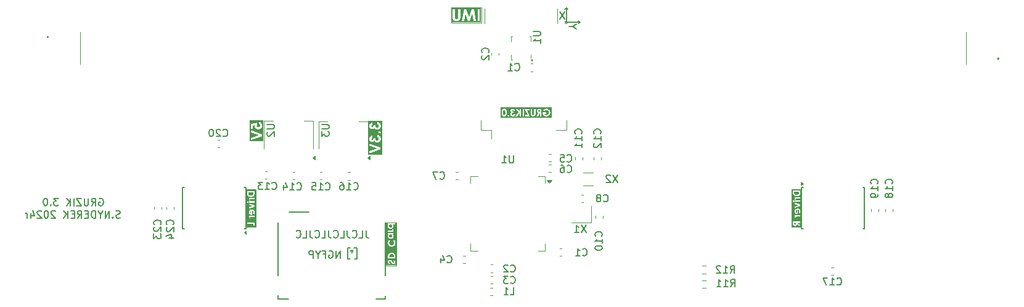
<source format=gbr>
%TF.GenerationSoftware,KiCad,Pcbnew,8.0.4*%
%TF.CreationDate,2024-11-30T13:52:58+01:00*%
%TF.ProjectId,ALL_PCBS,414c4c5f-5043-4425-932e-6b696361645f,rev?*%
%TF.SameCoordinates,Original*%
%TF.FileFunction,Legend,Bot*%
%TF.FilePolarity,Positive*%
%FSLAX46Y46*%
G04 Gerber Fmt 4.6, Leading zero omitted, Abs format (unit mm)*
G04 Created by KiCad (PCBNEW 8.0.4) date 2024-11-30 13:52:58*
%MOMM*%
%LPD*%
G01*
G04 APERTURE LIST*
%ADD10C,0.160000*%
%ADD11C,0.150000*%
%ADD12C,0.100000*%
%ADD13C,0.170000*%
%ADD14C,0.120000*%
%ADD15C,0.200000*%
%ADD16C,0.300000*%
G04 APERTURE END LIST*
D10*
X139100000Y-126200000D02*
X139500000Y-126200000D01*
X139100000Y-124700000D02*
X139500000Y-124700000D01*
D11*
X126500000Y-116700000D02*
X126500000Y-121800000D01*
D12*
X228540000Y-98700000D02*
G75*
G02*
X228440000Y-98700000I-50000J0D01*
G01*
X228440000Y-98700000D02*
G75*
G02*
X228540000Y-98700000I50000J0D01*
G01*
X153325000Y-91675000D02*
X157475000Y-91675000D01*
D11*
X125200000Y-116700000D02*
X126500000Y-116700000D01*
X201450000Y-121800000D02*
X200150000Y-121800000D01*
D10*
X140400000Y-124700000D02*
X140000000Y-124700000D01*
D13*
X169330000Y-91880000D02*
X169150000Y-91700000D01*
D12*
X228630000Y-98700000D02*
G75*
G02*
X228350000Y-98700000I-140000J0D01*
G01*
X228350000Y-98700000D02*
G75*
G02*
X228630000Y-98700000I140000J0D01*
G01*
X157475000Y-93725000D02*
X153325000Y-93725000D01*
D11*
X200150000Y-116700000D02*
X201450000Y-116700000D01*
D12*
X167100000Y-105400000D02*
X167100000Y-106700000D01*
D13*
X169150000Y-91700000D02*
X169150000Y-93700000D01*
D12*
X153325000Y-93725000D02*
X153325000Y-91675000D01*
D10*
X140100000Y-126200000D02*
X140400000Y-126200000D01*
D13*
X171020000Y-93700000D02*
X169150000Y-93700000D01*
D12*
X169263137Y-93700000D02*
G75*
G02*
X169036863Y-93700000I-113137J0D01*
G01*
X169036863Y-93700000D02*
G75*
G02*
X169263137Y-93700000I113137J0D01*
G01*
D13*
X169150000Y-91700000D02*
X168960000Y-91890000D01*
D12*
X160100000Y-105400000D02*
X167100000Y-105400000D01*
X98010000Y-95700000D02*
G75*
G02*
X97910000Y-95700000I-50000J0D01*
G01*
X97910000Y-95700000D02*
G75*
G02*
X98010000Y-95700000I50000J0D01*
G01*
X157475000Y-91675000D02*
X157475000Y-93725000D01*
D10*
X139700000Y-124900000D02*
X139700000Y-125200000D01*
X139700000Y-125100000D02*
X139700000Y-125300000D01*
D11*
X126500000Y-121800000D02*
X125200000Y-121800000D01*
D10*
X139500000Y-125100000D02*
X139900000Y-125100000D01*
D12*
X160100000Y-106700000D02*
X160100000Y-105400000D01*
D11*
X200150000Y-121800000D02*
X200150000Y-116700000D01*
D12*
X169333848Y-93700000D02*
G75*
G02*
X168966152Y-93700000I-183848J0D01*
G01*
X168966152Y-93700000D02*
G75*
G02*
X169333848Y-93700000I183848J0D01*
G01*
D10*
X140400000Y-126200000D02*
X140400000Y-124700000D01*
D12*
X144400000Y-127100000D02*
X145800000Y-127100000D01*
D13*
X170840000Y-93880000D02*
X171020000Y-93700000D01*
X171020000Y-93700000D02*
X170830000Y-93510000D01*
D12*
X98100000Y-95700000D02*
G75*
G02*
X97820000Y-95700000I-140000J0D01*
G01*
X97820000Y-95700000D02*
G75*
G02*
X98100000Y-95700000I140000J0D01*
G01*
D10*
X139100000Y-124700000D02*
X139100000Y-126200000D01*
D12*
X145800000Y-121200000D02*
X144300000Y-121200000D01*
D14*
X144500000Y-125300000D02*
X144500000Y-124500000D01*
D12*
X145800000Y-127100000D02*
X145800000Y-121200000D01*
X167100000Y-106700000D02*
X160100000Y-106700000D01*
D15*
X138130326Y-126067219D02*
X138130326Y-125067219D01*
X138130326Y-125067219D02*
X137558898Y-126067219D01*
X137558898Y-126067219D02*
X137558898Y-125067219D01*
X136558898Y-125114838D02*
X136654136Y-125067219D01*
X136654136Y-125067219D02*
X136796993Y-125067219D01*
X136796993Y-125067219D02*
X136939850Y-125114838D01*
X136939850Y-125114838D02*
X137035088Y-125210076D01*
X137035088Y-125210076D02*
X137082707Y-125305314D01*
X137082707Y-125305314D02*
X137130326Y-125495790D01*
X137130326Y-125495790D02*
X137130326Y-125638647D01*
X137130326Y-125638647D02*
X137082707Y-125829123D01*
X137082707Y-125829123D02*
X137035088Y-125924361D01*
X137035088Y-125924361D02*
X136939850Y-126019600D01*
X136939850Y-126019600D02*
X136796993Y-126067219D01*
X136796993Y-126067219D02*
X136701755Y-126067219D01*
X136701755Y-126067219D02*
X136558898Y-126019600D01*
X136558898Y-126019600D02*
X136511279Y-125971980D01*
X136511279Y-125971980D02*
X136511279Y-125638647D01*
X136511279Y-125638647D02*
X136701755Y-125638647D01*
X135749374Y-125543409D02*
X136082707Y-125543409D01*
X136082707Y-126067219D02*
X136082707Y-125067219D01*
X136082707Y-125067219D02*
X135606517Y-125067219D01*
X135035088Y-125591028D02*
X135035088Y-126067219D01*
X135368421Y-125067219D02*
X135035088Y-125591028D01*
X135035088Y-125591028D02*
X134701755Y-125067219D01*
X134368421Y-126067219D02*
X134368421Y-125067219D01*
X134368421Y-125067219D02*
X133987469Y-125067219D01*
X133987469Y-125067219D02*
X133892231Y-125114838D01*
X133892231Y-125114838D02*
X133844612Y-125162457D01*
X133844612Y-125162457D02*
X133796993Y-125257695D01*
X133796993Y-125257695D02*
X133796993Y-125400552D01*
X133796993Y-125400552D02*
X133844612Y-125495790D01*
X133844612Y-125495790D02*
X133892231Y-125543409D01*
X133892231Y-125543409D02*
X133987469Y-125591028D01*
X133987469Y-125591028D02*
X134368421Y-125591028D01*
D16*
G36*
X143845114Y-111843837D02*
G01*
X141940810Y-111843837D01*
X141940810Y-110612882D01*
X142130924Y-110612882D01*
X143213531Y-110993900D01*
X142130924Y-111380415D01*
X142130924Y-111677170D01*
X143655000Y-111130921D01*
X143655000Y-110852850D01*
X142130924Y-110316127D01*
X142130924Y-110612882D01*
X141940810Y-110612882D01*
X141940810Y-109674623D01*
X142107477Y-109674623D01*
X142113017Y-109753315D01*
X142129636Y-109826222D01*
X142162197Y-109902460D01*
X142209229Y-109971142D01*
X142223248Y-109987131D01*
X142283652Y-110042429D01*
X142349460Y-110081928D01*
X142420672Y-110105627D01*
X142497288Y-110113527D01*
X142574520Y-110104397D01*
X142646068Y-110077007D01*
X142677173Y-110058206D01*
X142733794Y-110009932D01*
X142781656Y-109947541D01*
X142808698Y-109898105D01*
X142836619Y-109971015D01*
X142874219Y-110034362D01*
X142927349Y-110093532D01*
X142951946Y-110113893D01*
X143019373Y-110154852D01*
X143093884Y-110180640D01*
X143167001Y-110190880D01*
X143192648Y-110191563D01*
X143266721Y-110186269D01*
X143347637Y-110166712D01*
X143422627Y-110132744D01*
X143491692Y-110084366D01*
X143537397Y-110040987D01*
X143585332Y-109981748D01*
X143623349Y-109916686D01*
X143651449Y-109845804D01*
X143669631Y-109769099D01*
X143677896Y-109686572D01*
X143678447Y-109657770D01*
X143673578Y-109578047D01*
X143658972Y-109504017D01*
X143629625Y-109424844D01*
X143587025Y-109353420D01*
X143539961Y-109298367D01*
X143474445Y-109243614D01*
X143410698Y-109206228D01*
X143339943Y-109177652D01*
X143262183Y-109157885D01*
X143177415Y-109146929D01*
X143162606Y-109145959D01*
X143162606Y-109431357D01*
X143237027Y-109449441D01*
X143306450Y-109484319D01*
X143339193Y-109513056D01*
X143378764Y-109574966D01*
X143396175Y-109649779D01*
X143397079Y-109673524D01*
X143386981Y-109749699D01*
X143353522Y-109819022D01*
X143335896Y-109840586D01*
X143276851Y-109886167D01*
X143202072Y-109906678D01*
X143185687Y-109907264D01*
X143111464Y-109892450D01*
X143047158Y-109848009D01*
X143020823Y-109817505D01*
X142982227Y-109746444D01*
X142962176Y-109674394D01*
X142953063Y-109599839D01*
X142951580Y-109558852D01*
X142693660Y-109558852D01*
X142685050Y-109634623D01*
X142666676Y-109707251D01*
X142663984Y-109713824D01*
X142623342Y-109775631D01*
X142602801Y-109793325D01*
X142533877Y-109821203D01*
X142520369Y-109821901D01*
X142448770Y-109799568D01*
X142426214Y-109778670D01*
X142393260Y-109710254D01*
X142388845Y-109665097D01*
X142404157Y-109592139D01*
X142428046Y-109552623D01*
X142486063Y-109502191D01*
X142529528Y-109483747D01*
X142529528Y-109206775D01*
X142447806Y-109222415D01*
X142374465Y-109247717D01*
X142309504Y-109282682D01*
X142252923Y-109327309D01*
X142203494Y-109381603D01*
X142158752Y-109451261D01*
X142127930Y-109527722D01*
X142111028Y-109610985D01*
X142107477Y-109674623D01*
X141940810Y-109674623D01*
X141940810Y-108791318D01*
X143350184Y-108791318D01*
X143366975Y-108863654D01*
X143397812Y-108905258D01*
X143461731Y-108945025D01*
X143513949Y-108952885D01*
X143587895Y-108936095D01*
X143630453Y-108905258D01*
X143670526Y-108842290D01*
X143678447Y-108791318D01*
X143661527Y-108718548D01*
X143630453Y-108676646D01*
X143566051Y-108637185D01*
X143513949Y-108629385D01*
X143439955Y-108646047D01*
X143397812Y-108676646D01*
X143358045Y-108740049D01*
X143350184Y-108791318D01*
X141940810Y-108791318D01*
X141940810Y-107911678D01*
X142107477Y-107911678D01*
X142113017Y-107990370D01*
X142129636Y-108063277D01*
X142162197Y-108139515D01*
X142209229Y-108208197D01*
X142223248Y-108224187D01*
X142283652Y-108279485D01*
X142349460Y-108318983D01*
X142420672Y-108342682D01*
X142497288Y-108350582D01*
X142574520Y-108341452D01*
X142646068Y-108314062D01*
X142677173Y-108295261D01*
X142733794Y-108246987D01*
X142781656Y-108184596D01*
X142808698Y-108135160D01*
X142836619Y-108208070D01*
X142874219Y-108271417D01*
X142927349Y-108330587D01*
X142951946Y-108350949D01*
X143019373Y-108391907D01*
X143093884Y-108417696D01*
X143167001Y-108427935D01*
X143192648Y-108428618D01*
X143266721Y-108423324D01*
X143347637Y-108403767D01*
X143422627Y-108369799D01*
X143491692Y-108321421D01*
X143537397Y-108278042D01*
X143585332Y-108218803D01*
X143623349Y-108153742D01*
X143651449Y-108082859D01*
X143669631Y-108006154D01*
X143677896Y-107923628D01*
X143678447Y-107894825D01*
X143673578Y-107815102D01*
X143658972Y-107741072D01*
X143629625Y-107661899D01*
X143587025Y-107590475D01*
X143539961Y-107535422D01*
X143474445Y-107480670D01*
X143410698Y-107443283D01*
X143339943Y-107414707D01*
X143262183Y-107394940D01*
X143177415Y-107383984D01*
X143162606Y-107383014D01*
X143162606Y-107668412D01*
X143237027Y-107686496D01*
X143306450Y-107721374D01*
X143339193Y-107750111D01*
X143378764Y-107812021D01*
X143396175Y-107886834D01*
X143397079Y-107910579D01*
X143386981Y-107986755D01*
X143353522Y-108056078D01*
X143335896Y-108077641D01*
X143276851Y-108123222D01*
X143202072Y-108143733D01*
X143185687Y-108144319D01*
X143111464Y-108129505D01*
X143047158Y-108085064D01*
X143020823Y-108054560D01*
X142982227Y-107983500D01*
X142962176Y-107911449D01*
X142953063Y-107836894D01*
X142951580Y-107795907D01*
X142693660Y-107795907D01*
X142685050Y-107871678D01*
X142666676Y-107944306D01*
X142663984Y-107950879D01*
X142623342Y-108012686D01*
X142602801Y-108030380D01*
X142533877Y-108058259D01*
X142520369Y-108058956D01*
X142448770Y-108036623D01*
X142426214Y-108015725D01*
X142393260Y-107947309D01*
X142388845Y-107902152D01*
X142404157Y-107829194D01*
X142428046Y-107789678D01*
X142486063Y-107739246D01*
X142529528Y-107720802D01*
X142529528Y-107443831D01*
X142447806Y-107459470D01*
X142374465Y-107484772D01*
X142309504Y-107519737D01*
X142252923Y-107564364D01*
X142203494Y-107618658D01*
X142158752Y-107688317D01*
X142127930Y-107764777D01*
X142111028Y-107848040D01*
X142107477Y-107911678D01*
X141940810Y-107911678D01*
X141940810Y-107216347D01*
X143845114Y-107216347D01*
X143845114Y-111843837D01*
G37*
D13*
X170017411Y-94279586D02*
X169541220Y-94279586D01*
X170541220Y-94612919D02*
X170017411Y-94279586D01*
X170017411Y-94279586D02*
X170541220Y-93946253D01*
D15*
G36*
X157440209Y-93705788D02*
G01*
X153336991Y-93705788D01*
X153336991Y-92837487D01*
X153514769Y-92837487D01*
X153515745Y-92923271D01*
X153519348Y-93010156D01*
X153526718Y-93092050D01*
X153542515Y-93174346D01*
X153572997Y-93249771D01*
X153615788Y-93317448D01*
X153647247Y-93356063D01*
X153703259Y-93410888D01*
X153770790Y-93458479D01*
X153825837Y-93485805D01*
X153906364Y-93511524D01*
X153988290Y-93524671D01*
X154061092Y-93528010D01*
X154146186Y-93522979D01*
X154225614Y-93507884D01*
X154239518Y-93503000D01*
X154834071Y-93503000D01*
X155130680Y-93503000D01*
X155304581Y-92476398D01*
X155648475Y-93503000D01*
X155920073Y-93503000D01*
X156259668Y-92476398D01*
X156436695Y-93503000D01*
X156736430Y-93503000D01*
X156956835Y-93503000D01*
X157262431Y-93503000D01*
X157262431Y-91877319D01*
X156956835Y-91877319D01*
X156956835Y-93503000D01*
X156736430Y-93503000D01*
X156457407Y-91877319D01*
X156156109Y-91877319D01*
X155782515Y-93011387D01*
X155403450Y-91877319D01*
X155106842Y-91877319D01*
X154834071Y-93503000D01*
X154239518Y-93503000D01*
X154308197Y-93478875D01*
X154367470Y-93447508D01*
X154434827Y-93399041D01*
X154495964Y-93337721D01*
X154542676Y-93268539D01*
X154553876Y-93246251D01*
X154580890Y-93164939D01*
X154595788Y-93083488D01*
X154604301Y-93000992D01*
X154608886Y-92906790D01*
X154609759Y-92837487D01*
X154609759Y-91877319D01*
X154300645Y-91877319D01*
X154300645Y-92916035D01*
X154297874Y-92998952D01*
X154286334Y-93077770D01*
X154277198Y-93105958D01*
X154230013Y-93171731D01*
X154199040Y-93194667D01*
X154122287Y-93223213D01*
X154067735Y-93227884D01*
X153987768Y-93217407D01*
X153927833Y-93190759D01*
X153868421Y-93136568D01*
X153846549Y-93096579D01*
X153830280Y-93019883D01*
X153824680Y-92934607D01*
X153823883Y-92877738D01*
X153823883Y-91877319D01*
X153514769Y-91877319D01*
X153514769Y-92837487D01*
X153336991Y-92837487D01*
X153336991Y-91699541D01*
X157440209Y-91699541D01*
X157440209Y-93705788D01*
G37*
X107877945Y-120519600D02*
X107735088Y-120567219D01*
X107735088Y-120567219D02*
X107496993Y-120567219D01*
X107496993Y-120567219D02*
X107401755Y-120519600D01*
X107401755Y-120519600D02*
X107354136Y-120471980D01*
X107354136Y-120471980D02*
X107306517Y-120376742D01*
X107306517Y-120376742D02*
X107306517Y-120281504D01*
X107306517Y-120281504D02*
X107354136Y-120186266D01*
X107354136Y-120186266D02*
X107401755Y-120138647D01*
X107401755Y-120138647D02*
X107496993Y-120091028D01*
X107496993Y-120091028D02*
X107687469Y-120043409D01*
X107687469Y-120043409D02*
X107782707Y-119995790D01*
X107782707Y-119995790D02*
X107830326Y-119948171D01*
X107830326Y-119948171D02*
X107877945Y-119852933D01*
X107877945Y-119852933D02*
X107877945Y-119757695D01*
X107877945Y-119757695D02*
X107830326Y-119662457D01*
X107830326Y-119662457D02*
X107782707Y-119614838D01*
X107782707Y-119614838D02*
X107687469Y-119567219D01*
X107687469Y-119567219D02*
X107449374Y-119567219D01*
X107449374Y-119567219D02*
X107306517Y-119614838D01*
X106877945Y-120471980D02*
X106830326Y-120519600D01*
X106830326Y-120519600D02*
X106877945Y-120567219D01*
X106877945Y-120567219D02*
X106925564Y-120519600D01*
X106925564Y-120519600D02*
X106877945Y-120471980D01*
X106877945Y-120471980D02*
X106877945Y-120567219D01*
X106401755Y-120567219D02*
X106401755Y-119567219D01*
X106401755Y-119567219D02*
X105830327Y-120567219D01*
X105830327Y-120567219D02*
X105830327Y-119567219D01*
X105163660Y-120091028D02*
X105163660Y-120567219D01*
X105496993Y-119567219D02*
X105163660Y-120091028D01*
X105163660Y-120091028D02*
X104830327Y-119567219D01*
X104496993Y-120567219D02*
X104496993Y-119567219D01*
X104496993Y-119567219D02*
X104258898Y-119567219D01*
X104258898Y-119567219D02*
X104116041Y-119614838D01*
X104116041Y-119614838D02*
X104020803Y-119710076D01*
X104020803Y-119710076D02*
X103973184Y-119805314D01*
X103973184Y-119805314D02*
X103925565Y-119995790D01*
X103925565Y-119995790D02*
X103925565Y-120138647D01*
X103925565Y-120138647D02*
X103973184Y-120329123D01*
X103973184Y-120329123D02*
X104020803Y-120424361D01*
X104020803Y-120424361D02*
X104116041Y-120519600D01*
X104116041Y-120519600D02*
X104258898Y-120567219D01*
X104258898Y-120567219D02*
X104496993Y-120567219D01*
X103496993Y-120043409D02*
X103163660Y-120043409D01*
X103020803Y-120567219D02*
X103496993Y-120567219D01*
X103496993Y-120567219D02*
X103496993Y-119567219D01*
X103496993Y-119567219D02*
X103020803Y-119567219D01*
X102020803Y-120567219D02*
X102354136Y-120091028D01*
X102592231Y-120567219D02*
X102592231Y-119567219D01*
X102592231Y-119567219D02*
X102211279Y-119567219D01*
X102211279Y-119567219D02*
X102116041Y-119614838D01*
X102116041Y-119614838D02*
X102068422Y-119662457D01*
X102068422Y-119662457D02*
X102020803Y-119757695D01*
X102020803Y-119757695D02*
X102020803Y-119900552D01*
X102020803Y-119900552D02*
X102068422Y-119995790D01*
X102068422Y-119995790D02*
X102116041Y-120043409D01*
X102116041Y-120043409D02*
X102211279Y-120091028D01*
X102211279Y-120091028D02*
X102592231Y-120091028D01*
X101592231Y-120043409D02*
X101258898Y-120043409D01*
X101116041Y-120567219D02*
X101592231Y-120567219D01*
X101592231Y-120567219D02*
X101592231Y-119567219D01*
X101592231Y-119567219D02*
X101116041Y-119567219D01*
X100687469Y-120567219D02*
X100687469Y-119567219D01*
X100116041Y-120567219D02*
X100544612Y-119995790D01*
X100116041Y-119567219D02*
X100687469Y-120138647D01*
X98973183Y-119662457D02*
X98925564Y-119614838D01*
X98925564Y-119614838D02*
X98830326Y-119567219D01*
X98830326Y-119567219D02*
X98592231Y-119567219D01*
X98592231Y-119567219D02*
X98496993Y-119614838D01*
X98496993Y-119614838D02*
X98449374Y-119662457D01*
X98449374Y-119662457D02*
X98401755Y-119757695D01*
X98401755Y-119757695D02*
X98401755Y-119852933D01*
X98401755Y-119852933D02*
X98449374Y-119995790D01*
X98449374Y-119995790D02*
X99020802Y-120567219D01*
X99020802Y-120567219D02*
X98401755Y-120567219D01*
X97782707Y-119567219D02*
X97687469Y-119567219D01*
X97687469Y-119567219D02*
X97592231Y-119614838D01*
X97592231Y-119614838D02*
X97544612Y-119662457D01*
X97544612Y-119662457D02*
X97496993Y-119757695D01*
X97496993Y-119757695D02*
X97449374Y-119948171D01*
X97449374Y-119948171D02*
X97449374Y-120186266D01*
X97449374Y-120186266D02*
X97496993Y-120376742D01*
X97496993Y-120376742D02*
X97544612Y-120471980D01*
X97544612Y-120471980D02*
X97592231Y-120519600D01*
X97592231Y-120519600D02*
X97687469Y-120567219D01*
X97687469Y-120567219D02*
X97782707Y-120567219D01*
X97782707Y-120567219D02*
X97877945Y-120519600D01*
X97877945Y-120519600D02*
X97925564Y-120471980D01*
X97925564Y-120471980D02*
X97973183Y-120376742D01*
X97973183Y-120376742D02*
X98020802Y-120186266D01*
X98020802Y-120186266D02*
X98020802Y-119948171D01*
X98020802Y-119948171D02*
X97973183Y-119757695D01*
X97973183Y-119757695D02*
X97925564Y-119662457D01*
X97925564Y-119662457D02*
X97877945Y-119614838D01*
X97877945Y-119614838D02*
X97782707Y-119567219D01*
X97068421Y-119662457D02*
X97020802Y-119614838D01*
X97020802Y-119614838D02*
X96925564Y-119567219D01*
X96925564Y-119567219D02*
X96687469Y-119567219D01*
X96687469Y-119567219D02*
X96592231Y-119614838D01*
X96592231Y-119614838D02*
X96544612Y-119662457D01*
X96544612Y-119662457D02*
X96496993Y-119757695D01*
X96496993Y-119757695D02*
X96496993Y-119852933D01*
X96496993Y-119852933D02*
X96544612Y-119995790D01*
X96544612Y-119995790D02*
X97116040Y-120567219D01*
X97116040Y-120567219D02*
X96496993Y-120567219D01*
X95639850Y-119900552D02*
X95639850Y-120567219D01*
X95877945Y-119519600D02*
X96116040Y-120233885D01*
X96116040Y-120233885D02*
X95496993Y-120233885D01*
X95116040Y-120567219D02*
X95116040Y-119900552D01*
X95116040Y-120091028D02*
X95068421Y-119995790D01*
X95068421Y-119995790D02*
X95020802Y-119948171D01*
X95020802Y-119948171D02*
X94925564Y-119900552D01*
X94925564Y-119900552D02*
X94830326Y-119900552D01*
D13*
X168294699Y-93231220D02*
X168961365Y-92231220D01*
X168961365Y-93231220D02*
X168294699Y-92231220D01*
D15*
X141644612Y-122267219D02*
X141644612Y-122981504D01*
X141644612Y-122981504D02*
X141692231Y-123124361D01*
X141692231Y-123124361D02*
X141787469Y-123219600D01*
X141787469Y-123219600D02*
X141930326Y-123267219D01*
X141930326Y-123267219D02*
X142025564Y-123267219D01*
X140692231Y-123267219D02*
X141168421Y-123267219D01*
X141168421Y-123267219D02*
X141168421Y-122267219D01*
X139787469Y-123171980D02*
X139835088Y-123219600D01*
X139835088Y-123219600D02*
X139977945Y-123267219D01*
X139977945Y-123267219D02*
X140073183Y-123267219D01*
X140073183Y-123267219D02*
X140216040Y-123219600D01*
X140216040Y-123219600D02*
X140311278Y-123124361D01*
X140311278Y-123124361D02*
X140358897Y-123029123D01*
X140358897Y-123029123D02*
X140406516Y-122838647D01*
X140406516Y-122838647D02*
X140406516Y-122695790D01*
X140406516Y-122695790D02*
X140358897Y-122505314D01*
X140358897Y-122505314D02*
X140311278Y-122410076D01*
X140311278Y-122410076D02*
X140216040Y-122314838D01*
X140216040Y-122314838D02*
X140073183Y-122267219D01*
X140073183Y-122267219D02*
X139977945Y-122267219D01*
X139977945Y-122267219D02*
X139835088Y-122314838D01*
X139835088Y-122314838D02*
X139787469Y-122362457D01*
X139073183Y-122267219D02*
X139073183Y-122981504D01*
X139073183Y-122981504D02*
X139120802Y-123124361D01*
X139120802Y-123124361D02*
X139216040Y-123219600D01*
X139216040Y-123219600D02*
X139358897Y-123267219D01*
X139358897Y-123267219D02*
X139454135Y-123267219D01*
X138120802Y-123267219D02*
X138596992Y-123267219D01*
X138596992Y-123267219D02*
X138596992Y-122267219D01*
X137216040Y-123171980D02*
X137263659Y-123219600D01*
X137263659Y-123219600D02*
X137406516Y-123267219D01*
X137406516Y-123267219D02*
X137501754Y-123267219D01*
X137501754Y-123267219D02*
X137644611Y-123219600D01*
X137644611Y-123219600D02*
X137739849Y-123124361D01*
X137739849Y-123124361D02*
X137787468Y-123029123D01*
X137787468Y-123029123D02*
X137835087Y-122838647D01*
X137835087Y-122838647D02*
X137835087Y-122695790D01*
X137835087Y-122695790D02*
X137787468Y-122505314D01*
X137787468Y-122505314D02*
X137739849Y-122410076D01*
X137739849Y-122410076D02*
X137644611Y-122314838D01*
X137644611Y-122314838D02*
X137501754Y-122267219D01*
X137501754Y-122267219D02*
X137406516Y-122267219D01*
X137406516Y-122267219D02*
X137263659Y-122314838D01*
X137263659Y-122314838D02*
X137216040Y-122362457D01*
X136501754Y-122267219D02*
X136501754Y-122981504D01*
X136501754Y-122981504D02*
X136549373Y-123124361D01*
X136549373Y-123124361D02*
X136644611Y-123219600D01*
X136644611Y-123219600D02*
X136787468Y-123267219D01*
X136787468Y-123267219D02*
X136882706Y-123267219D01*
X135549373Y-123267219D02*
X136025563Y-123267219D01*
X136025563Y-123267219D02*
X136025563Y-122267219D01*
X134644611Y-123171980D02*
X134692230Y-123219600D01*
X134692230Y-123219600D02*
X134835087Y-123267219D01*
X134835087Y-123267219D02*
X134930325Y-123267219D01*
X134930325Y-123267219D02*
X135073182Y-123219600D01*
X135073182Y-123219600D02*
X135168420Y-123124361D01*
X135168420Y-123124361D02*
X135216039Y-123029123D01*
X135216039Y-123029123D02*
X135263658Y-122838647D01*
X135263658Y-122838647D02*
X135263658Y-122695790D01*
X135263658Y-122695790D02*
X135216039Y-122505314D01*
X135216039Y-122505314D02*
X135168420Y-122410076D01*
X135168420Y-122410076D02*
X135073182Y-122314838D01*
X135073182Y-122314838D02*
X134930325Y-122267219D01*
X134930325Y-122267219D02*
X134835087Y-122267219D01*
X134835087Y-122267219D02*
X134692230Y-122314838D01*
X134692230Y-122314838D02*
X134644611Y-122362457D01*
X133930325Y-122267219D02*
X133930325Y-122981504D01*
X133930325Y-122981504D02*
X133977944Y-123124361D01*
X133977944Y-123124361D02*
X134073182Y-123219600D01*
X134073182Y-123219600D02*
X134216039Y-123267219D01*
X134216039Y-123267219D02*
X134311277Y-123267219D01*
X132977944Y-123267219D02*
X133454134Y-123267219D01*
X133454134Y-123267219D02*
X133454134Y-122267219D01*
X132073182Y-123171980D02*
X132120801Y-123219600D01*
X132120801Y-123219600D02*
X132263658Y-123267219D01*
X132263658Y-123267219D02*
X132358896Y-123267219D01*
X132358896Y-123267219D02*
X132501753Y-123219600D01*
X132501753Y-123219600D02*
X132596991Y-123124361D01*
X132596991Y-123124361D02*
X132644610Y-123029123D01*
X132644610Y-123029123D02*
X132692229Y-122838647D01*
X132692229Y-122838647D02*
X132692229Y-122695790D01*
X132692229Y-122695790D02*
X132644610Y-122505314D01*
X132644610Y-122505314D02*
X132596991Y-122410076D01*
X132596991Y-122410076D02*
X132501753Y-122314838D01*
X132501753Y-122314838D02*
X132358896Y-122267219D01*
X132358896Y-122267219D02*
X132263658Y-122267219D01*
X132263658Y-122267219D02*
X132120801Y-122314838D01*
X132120801Y-122314838D02*
X132073182Y-122362457D01*
D16*
G36*
X127555114Y-110050892D02*
G01*
X125674257Y-110050892D01*
X125674257Y-108819937D01*
X125840924Y-108819937D01*
X126923531Y-109200956D01*
X125840924Y-109587470D01*
X125840924Y-109884225D01*
X127365000Y-109337976D01*
X127365000Y-109059905D01*
X125840924Y-108523182D01*
X125840924Y-108819937D01*
X125674257Y-108819937D01*
X125674257Y-107642442D01*
X125840924Y-107642442D01*
X125840924Y-108352456D01*
X126098845Y-108352456D01*
X126098845Y-107857864D01*
X126371786Y-107795949D01*
X126360429Y-107846140D01*
X126356765Y-107893768D01*
X126361737Y-107968656D01*
X126380104Y-108049808D01*
X126412006Y-108124262D01*
X126457441Y-108192020D01*
X126498182Y-108236318D01*
X126563838Y-108289565D01*
X126637068Y-108329734D01*
X126717871Y-108356825D01*
X126793159Y-108369636D01*
X126860150Y-108372972D01*
X126941221Y-108367666D01*
X127017371Y-108351746D01*
X127088602Y-108325213D01*
X127154912Y-108288067D01*
X127216303Y-108240308D01*
X127235673Y-108222030D01*
X127287592Y-108163121D01*
X127328770Y-108099602D01*
X127359205Y-108031471D01*
X127378898Y-107958729D01*
X127387850Y-107881376D01*
X127388447Y-107854567D01*
X127383047Y-107772531D01*
X127366848Y-107695685D01*
X127339851Y-107624028D01*
X127302054Y-107557560D01*
X127275607Y-107521908D01*
X127222242Y-107465593D01*
X127160883Y-107418465D01*
X127091530Y-107380522D01*
X127014183Y-107351766D01*
X126966395Y-107339459D01*
X126966395Y-107642442D01*
X127030557Y-107686015D01*
X127071542Y-107734766D01*
X127100277Y-107802772D01*
X127107079Y-107860795D01*
X127096135Y-107933948D01*
X127059871Y-108001908D01*
X127040767Y-108023461D01*
X126980363Y-108066870D01*
X126907504Y-108088148D01*
X126869675Y-108090505D01*
X126793267Y-108080226D01*
X126724505Y-108046166D01*
X126703346Y-108028224D01*
X126658767Y-107968678D01*
X126638706Y-107893673D01*
X126638133Y-107877281D01*
X126651997Y-107803982D01*
X126660847Y-107783859D01*
X126702816Y-107721582D01*
X126728991Y-107693733D01*
X126676967Y-107458893D01*
X125840924Y-107642442D01*
X125674257Y-107642442D01*
X125674257Y-107172792D01*
X127555114Y-107172792D01*
X127555114Y-110050892D01*
G37*
D15*
X105006517Y-117914838D02*
X105101755Y-117867219D01*
X105101755Y-117867219D02*
X105244612Y-117867219D01*
X105244612Y-117867219D02*
X105387469Y-117914838D01*
X105387469Y-117914838D02*
X105482707Y-118010076D01*
X105482707Y-118010076D02*
X105530326Y-118105314D01*
X105530326Y-118105314D02*
X105577945Y-118295790D01*
X105577945Y-118295790D02*
X105577945Y-118438647D01*
X105577945Y-118438647D02*
X105530326Y-118629123D01*
X105530326Y-118629123D02*
X105482707Y-118724361D01*
X105482707Y-118724361D02*
X105387469Y-118819600D01*
X105387469Y-118819600D02*
X105244612Y-118867219D01*
X105244612Y-118867219D02*
X105149374Y-118867219D01*
X105149374Y-118867219D02*
X105006517Y-118819600D01*
X105006517Y-118819600D02*
X104958898Y-118771980D01*
X104958898Y-118771980D02*
X104958898Y-118438647D01*
X104958898Y-118438647D02*
X105149374Y-118438647D01*
X103958898Y-118867219D02*
X104292231Y-118391028D01*
X104530326Y-118867219D02*
X104530326Y-117867219D01*
X104530326Y-117867219D02*
X104149374Y-117867219D01*
X104149374Y-117867219D02*
X104054136Y-117914838D01*
X104054136Y-117914838D02*
X104006517Y-117962457D01*
X104006517Y-117962457D02*
X103958898Y-118057695D01*
X103958898Y-118057695D02*
X103958898Y-118200552D01*
X103958898Y-118200552D02*
X104006517Y-118295790D01*
X104006517Y-118295790D02*
X104054136Y-118343409D01*
X104054136Y-118343409D02*
X104149374Y-118391028D01*
X104149374Y-118391028D02*
X104530326Y-118391028D01*
X103530326Y-117867219D02*
X103530326Y-118676742D01*
X103530326Y-118676742D02*
X103482707Y-118771980D01*
X103482707Y-118771980D02*
X103435088Y-118819600D01*
X103435088Y-118819600D02*
X103339850Y-118867219D01*
X103339850Y-118867219D02*
X103149374Y-118867219D01*
X103149374Y-118867219D02*
X103054136Y-118819600D01*
X103054136Y-118819600D02*
X103006517Y-118771980D01*
X103006517Y-118771980D02*
X102958898Y-118676742D01*
X102958898Y-118676742D02*
X102958898Y-117867219D01*
X102577945Y-117867219D02*
X101911279Y-117867219D01*
X101911279Y-117867219D02*
X102577945Y-118867219D01*
X102577945Y-118867219D02*
X101911279Y-118867219D01*
X101530326Y-118867219D02*
X101530326Y-117867219D01*
X101054136Y-118867219D02*
X101054136Y-117867219D01*
X100482708Y-118867219D02*
X100911279Y-118295790D01*
X100482708Y-117867219D02*
X101054136Y-118438647D01*
X99387469Y-117867219D02*
X98768422Y-117867219D01*
X98768422Y-117867219D02*
X99101755Y-118248171D01*
X99101755Y-118248171D02*
X98958898Y-118248171D01*
X98958898Y-118248171D02*
X98863660Y-118295790D01*
X98863660Y-118295790D02*
X98816041Y-118343409D01*
X98816041Y-118343409D02*
X98768422Y-118438647D01*
X98768422Y-118438647D02*
X98768422Y-118676742D01*
X98768422Y-118676742D02*
X98816041Y-118771980D01*
X98816041Y-118771980D02*
X98863660Y-118819600D01*
X98863660Y-118819600D02*
X98958898Y-118867219D01*
X98958898Y-118867219D02*
X99244612Y-118867219D01*
X99244612Y-118867219D02*
X99339850Y-118819600D01*
X99339850Y-118819600D02*
X99387469Y-118771980D01*
X98339850Y-118771980D02*
X98292231Y-118819600D01*
X98292231Y-118819600D02*
X98339850Y-118867219D01*
X98339850Y-118867219D02*
X98387469Y-118819600D01*
X98387469Y-118819600D02*
X98339850Y-118771980D01*
X98339850Y-118771980D02*
X98339850Y-118867219D01*
X97673184Y-117867219D02*
X97577946Y-117867219D01*
X97577946Y-117867219D02*
X97482708Y-117914838D01*
X97482708Y-117914838D02*
X97435089Y-117962457D01*
X97435089Y-117962457D02*
X97387470Y-118057695D01*
X97387470Y-118057695D02*
X97339851Y-118248171D01*
X97339851Y-118248171D02*
X97339851Y-118486266D01*
X97339851Y-118486266D02*
X97387470Y-118676742D01*
X97387470Y-118676742D02*
X97435089Y-118771980D01*
X97435089Y-118771980D02*
X97482708Y-118819600D01*
X97482708Y-118819600D02*
X97577946Y-118867219D01*
X97577946Y-118867219D02*
X97673184Y-118867219D01*
X97673184Y-118867219D02*
X97768422Y-118819600D01*
X97768422Y-118819600D02*
X97816041Y-118771980D01*
X97816041Y-118771980D02*
X97863660Y-118676742D01*
X97863660Y-118676742D02*
X97911279Y-118486266D01*
X97911279Y-118486266D02*
X97911279Y-118248171D01*
X97911279Y-118248171D02*
X97863660Y-118057695D01*
X97863660Y-118057695D02*
X97816041Y-117962457D01*
X97816041Y-117962457D02*
X97768422Y-117914838D01*
X97768422Y-117914838D02*
X97673184Y-117867219D01*
D10*
X171396666Y-125659060D02*
X171444285Y-125706680D01*
X171444285Y-125706680D02*
X171587142Y-125754299D01*
X171587142Y-125754299D02*
X171682380Y-125754299D01*
X171682380Y-125754299D02*
X171825237Y-125706680D01*
X171825237Y-125706680D02*
X171920475Y-125611441D01*
X171920475Y-125611441D02*
X171968094Y-125516203D01*
X171968094Y-125516203D02*
X172015713Y-125325727D01*
X172015713Y-125325727D02*
X172015713Y-125182870D01*
X172015713Y-125182870D02*
X171968094Y-124992394D01*
X171968094Y-124992394D02*
X171920475Y-124897156D01*
X171920475Y-124897156D02*
X171825237Y-124801918D01*
X171825237Y-124801918D02*
X171682380Y-124754299D01*
X171682380Y-124754299D02*
X171587142Y-124754299D01*
X171587142Y-124754299D02*
X171444285Y-124801918D01*
X171444285Y-124801918D02*
X171396666Y-124849537D01*
X170444285Y-125754299D02*
X171015713Y-125754299D01*
X170729999Y-125754299D02*
X170729999Y-124754299D01*
X170729999Y-124754299D02*
X170825237Y-124897156D01*
X170825237Y-124897156D02*
X170920475Y-124992394D01*
X170920475Y-124992394D02*
X171015713Y-125040013D01*
X191722857Y-129994299D02*
X192056190Y-129518108D01*
X192294285Y-129994299D02*
X192294285Y-128994299D01*
X192294285Y-128994299D02*
X191913333Y-128994299D01*
X191913333Y-128994299D02*
X191818095Y-129041918D01*
X191818095Y-129041918D02*
X191770476Y-129089537D01*
X191770476Y-129089537D02*
X191722857Y-129184775D01*
X191722857Y-129184775D02*
X191722857Y-129327632D01*
X191722857Y-129327632D02*
X191770476Y-129422870D01*
X191770476Y-129422870D02*
X191818095Y-129470489D01*
X191818095Y-129470489D02*
X191913333Y-129518108D01*
X191913333Y-129518108D02*
X192294285Y-129518108D01*
X190770476Y-129994299D02*
X191341904Y-129994299D01*
X191056190Y-129994299D02*
X191056190Y-128994299D01*
X191056190Y-128994299D02*
X191151428Y-129137156D01*
X191151428Y-129137156D02*
X191246666Y-129232394D01*
X191246666Y-129232394D02*
X191341904Y-129280013D01*
X189818095Y-129994299D02*
X190389523Y-129994299D01*
X190103809Y-129994299D02*
X190103809Y-128994299D01*
X190103809Y-128994299D02*
X190199047Y-129137156D01*
X190199047Y-129137156D02*
X190294285Y-129232394D01*
X190294285Y-129232394D02*
X190389523Y-129280013D01*
X128742857Y-116559060D02*
X128790476Y-116606680D01*
X128790476Y-116606680D02*
X128933333Y-116654299D01*
X128933333Y-116654299D02*
X129028571Y-116654299D01*
X129028571Y-116654299D02*
X129171428Y-116606680D01*
X129171428Y-116606680D02*
X129266666Y-116511441D01*
X129266666Y-116511441D02*
X129314285Y-116416203D01*
X129314285Y-116416203D02*
X129361904Y-116225727D01*
X129361904Y-116225727D02*
X129361904Y-116082870D01*
X129361904Y-116082870D02*
X129314285Y-115892394D01*
X129314285Y-115892394D02*
X129266666Y-115797156D01*
X129266666Y-115797156D02*
X129171428Y-115701918D01*
X129171428Y-115701918D02*
X129028571Y-115654299D01*
X129028571Y-115654299D02*
X128933333Y-115654299D01*
X128933333Y-115654299D02*
X128790476Y-115701918D01*
X128790476Y-115701918D02*
X128742857Y-115749537D01*
X127790476Y-116654299D02*
X128361904Y-116654299D01*
X128076190Y-116654299D02*
X128076190Y-115654299D01*
X128076190Y-115654299D02*
X128171428Y-115797156D01*
X128171428Y-115797156D02*
X128266666Y-115892394D01*
X128266666Y-115892394D02*
X128361904Y-115940013D01*
X127457142Y-115654299D02*
X126838095Y-115654299D01*
X126838095Y-115654299D02*
X127171428Y-116035251D01*
X127171428Y-116035251D02*
X127028571Y-116035251D01*
X127028571Y-116035251D02*
X126933333Y-116082870D01*
X126933333Y-116082870D02*
X126885714Y-116130489D01*
X126885714Y-116130489D02*
X126838095Y-116225727D01*
X126838095Y-116225727D02*
X126838095Y-116463822D01*
X126838095Y-116463822D02*
X126885714Y-116559060D01*
X126885714Y-116559060D02*
X126933333Y-116606680D01*
X126933333Y-116606680D02*
X127028571Y-116654299D01*
X127028571Y-116654299D02*
X127314285Y-116654299D01*
X127314285Y-116654299D02*
X127409523Y-116606680D01*
X127409523Y-116606680D02*
X127457142Y-116559060D01*
X128054299Y-107738095D02*
X128863822Y-107738095D01*
X128863822Y-107738095D02*
X128959060Y-107785714D01*
X128959060Y-107785714D02*
X129006680Y-107833333D01*
X129006680Y-107833333D02*
X129054299Y-107928571D01*
X129054299Y-107928571D02*
X129054299Y-108119047D01*
X129054299Y-108119047D02*
X129006680Y-108214285D01*
X129006680Y-108214285D02*
X128959060Y-108261904D01*
X128959060Y-108261904D02*
X128863822Y-108309523D01*
X128863822Y-108309523D02*
X128054299Y-108309523D01*
X128149537Y-108738095D02*
X128101918Y-108785714D01*
X128101918Y-108785714D02*
X128054299Y-108880952D01*
X128054299Y-108880952D02*
X128054299Y-109119047D01*
X128054299Y-109119047D02*
X128101918Y-109214285D01*
X128101918Y-109214285D02*
X128149537Y-109261904D01*
X128149537Y-109261904D02*
X128244775Y-109309523D01*
X128244775Y-109309523D02*
X128340013Y-109309523D01*
X128340013Y-109309523D02*
X128482870Y-109261904D01*
X128482870Y-109261904D02*
X129054299Y-108690476D01*
X129054299Y-108690476D02*
X129054299Y-109309523D01*
X161886904Y-112004299D02*
X161886904Y-112813822D01*
X161886904Y-112813822D02*
X161839285Y-112909060D01*
X161839285Y-112909060D02*
X161791666Y-112956680D01*
X161791666Y-112956680D02*
X161696428Y-113004299D01*
X161696428Y-113004299D02*
X161505952Y-113004299D01*
X161505952Y-113004299D02*
X161410714Y-112956680D01*
X161410714Y-112956680D02*
X161363095Y-112909060D01*
X161363095Y-112909060D02*
X161315476Y-112813822D01*
X161315476Y-112813822D02*
X161315476Y-112004299D01*
X160315476Y-113004299D02*
X160886904Y-113004299D01*
X160601190Y-113004299D02*
X160601190Y-112004299D01*
X160601190Y-112004299D02*
X160696428Y-112147156D01*
X160696428Y-112147156D02*
X160791666Y-112242394D01*
X160791666Y-112242394D02*
X160886904Y-112290013D01*
D13*
X162116666Y-100233540D02*
X162164285Y-100281160D01*
X162164285Y-100281160D02*
X162307142Y-100328779D01*
X162307142Y-100328779D02*
X162402380Y-100328779D01*
X162402380Y-100328779D02*
X162545237Y-100281160D01*
X162545237Y-100281160D02*
X162640475Y-100185921D01*
X162640475Y-100185921D02*
X162688094Y-100090683D01*
X162688094Y-100090683D02*
X162735713Y-99900207D01*
X162735713Y-99900207D02*
X162735713Y-99757350D01*
X162735713Y-99757350D02*
X162688094Y-99566874D01*
X162688094Y-99566874D02*
X162640475Y-99471636D01*
X162640475Y-99471636D02*
X162545237Y-99376398D01*
X162545237Y-99376398D02*
X162402380Y-99328779D01*
X162402380Y-99328779D02*
X162307142Y-99328779D01*
X162307142Y-99328779D02*
X162164285Y-99376398D01*
X162164285Y-99376398D02*
X162116666Y-99424017D01*
X161164285Y-100328779D02*
X161735713Y-100328779D01*
X161449999Y-100328779D02*
X161449999Y-99328779D01*
X161449999Y-99328779D02*
X161545237Y-99471636D01*
X161545237Y-99471636D02*
X161640475Y-99566874D01*
X161640475Y-99566874D02*
X161735713Y-99614493D01*
D10*
X161506666Y-127899060D02*
X161554285Y-127946680D01*
X161554285Y-127946680D02*
X161697142Y-127994299D01*
X161697142Y-127994299D02*
X161792380Y-127994299D01*
X161792380Y-127994299D02*
X161935237Y-127946680D01*
X161935237Y-127946680D02*
X162030475Y-127851441D01*
X162030475Y-127851441D02*
X162078094Y-127756203D01*
X162078094Y-127756203D02*
X162125713Y-127565727D01*
X162125713Y-127565727D02*
X162125713Y-127422870D01*
X162125713Y-127422870D02*
X162078094Y-127232394D01*
X162078094Y-127232394D02*
X162030475Y-127137156D01*
X162030475Y-127137156D02*
X161935237Y-127041918D01*
X161935237Y-127041918D02*
X161792380Y-126994299D01*
X161792380Y-126994299D02*
X161697142Y-126994299D01*
X161697142Y-126994299D02*
X161554285Y-127041918D01*
X161554285Y-127041918D02*
X161506666Y-127089537D01*
X161125713Y-127089537D02*
X161078094Y-127041918D01*
X161078094Y-127041918D02*
X160982856Y-126994299D01*
X160982856Y-126994299D02*
X160744761Y-126994299D01*
X160744761Y-126994299D02*
X160649523Y-127041918D01*
X160649523Y-127041918D02*
X160601904Y-127089537D01*
X160601904Y-127089537D02*
X160554285Y-127184775D01*
X160554285Y-127184775D02*
X160554285Y-127280013D01*
X160554285Y-127280013D02*
X160601904Y-127422870D01*
X160601904Y-127422870D02*
X161173332Y-127994299D01*
X161173332Y-127994299D02*
X160554285Y-127994299D01*
X139942857Y-116589060D02*
X139990476Y-116636680D01*
X139990476Y-116636680D02*
X140133333Y-116684299D01*
X140133333Y-116684299D02*
X140228571Y-116684299D01*
X140228571Y-116684299D02*
X140371428Y-116636680D01*
X140371428Y-116636680D02*
X140466666Y-116541441D01*
X140466666Y-116541441D02*
X140514285Y-116446203D01*
X140514285Y-116446203D02*
X140561904Y-116255727D01*
X140561904Y-116255727D02*
X140561904Y-116112870D01*
X140561904Y-116112870D02*
X140514285Y-115922394D01*
X140514285Y-115922394D02*
X140466666Y-115827156D01*
X140466666Y-115827156D02*
X140371428Y-115731918D01*
X140371428Y-115731918D02*
X140228571Y-115684299D01*
X140228571Y-115684299D02*
X140133333Y-115684299D01*
X140133333Y-115684299D02*
X139990476Y-115731918D01*
X139990476Y-115731918D02*
X139942857Y-115779537D01*
X138990476Y-116684299D02*
X139561904Y-116684299D01*
X139276190Y-116684299D02*
X139276190Y-115684299D01*
X139276190Y-115684299D02*
X139371428Y-115827156D01*
X139371428Y-115827156D02*
X139466666Y-115922394D01*
X139466666Y-115922394D02*
X139561904Y-115970013D01*
X138133333Y-115684299D02*
X138323809Y-115684299D01*
X138323809Y-115684299D02*
X138419047Y-115731918D01*
X138419047Y-115731918D02*
X138466666Y-115779537D01*
X138466666Y-115779537D02*
X138561904Y-115922394D01*
X138561904Y-115922394D02*
X138609523Y-116112870D01*
X138609523Y-116112870D02*
X138609523Y-116493822D01*
X138609523Y-116493822D02*
X138561904Y-116589060D01*
X138561904Y-116589060D02*
X138514285Y-116636680D01*
X138514285Y-116636680D02*
X138419047Y-116684299D01*
X138419047Y-116684299D02*
X138228571Y-116684299D01*
X138228571Y-116684299D02*
X138133333Y-116636680D01*
X138133333Y-116636680D02*
X138085714Y-116589060D01*
X138085714Y-116589060D02*
X138038095Y-116493822D01*
X138038095Y-116493822D02*
X138038095Y-116255727D01*
X138038095Y-116255727D02*
X138085714Y-116160489D01*
X138085714Y-116160489D02*
X138133333Y-116112870D01*
X138133333Y-116112870D02*
X138228571Y-116065251D01*
X138228571Y-116065251D02*
X138419047Y-116065251D01*
X138419047Y-116065251D02*
X138514285Y-116112870D01*
X138514285Y-116112870D02*
X138561904Y-116160489D01*
X138561904Y-116160489D02*
X138609523Y-116255727D01*
X132167857Y-116634060D02*
X132215476Y-116681680D01*
X132215476Y-116681680D02*
X132358333Y-116729299D01*
X132358333Y-116729299D02*
X132453571Y-116729299D01*
X132453571Y-116729299D02*
X132596428Y-116681680D01*
X132596428Y-116681680D02*
X132691666Y-116586441D01*
X132691666Y-116586441D02*
X132739285Y-116491203D01*
X132739285Y-116491203D02*
X132786904Y-116300727D01*
X132786904Y-116300727D02*
X132786904Y-116157870D01*
X132786904Y-116157870D02*
X132739285Y-115967394D01*
X132739285Y-115967394D02*
X132691666Y-115872156D01*
X132691666Y-115872156D02*
X132596428Y-115776918D01*
X132596428Y-115776918D02*
X132453571Y-115729299D01*
X132453571Y-115729299D02*
X132358333Y-115729299D01*
X132358333Y-115729299D02*
X132215476Y-115776918D01*
X132215476Y-115776918D02*
X132167857Y-115824537D01*
X131215476Y-116729299D02*
X131786904Y-116729299D01*
X131501190Y-116729299D02*
X131501190Y-115729299D01*
X131501190Y-115729299D02*
X131596428Y-115872156D01*
X131596428Y-115872156D02*
X131691666Y-115967394D01*
X131691666Y-115967394D02*
X131786904Y-116015013D01*
X130358333Y-116062632D02*
X130358333Y-116729299D01*
X130596428Y-115681680D02*
X130834523Y-116395965D01*
X130834523Y-116395965D02*
X130215476Y-116395965D01*
X174266666Y-118259060D02*
X174314285Y-118306680D01*
X174314285Y-118306680D02*
X174457142Y-118354299D01*
X174457142Y-118354299D02*
X174552380Y-118354299D01*
X174552380Y-118354299D02*
X174695237Y-118306680D01*
X174695237Y-118306680D02*
X174790475Y-118211441D01*
X174790475Y-118211441D02*
X174838094Y-118116203D01*
X174838094Y-118116203D02*
X174885713Y-117925727D01*
X174885713Y-117925727D02*
X174885713Y-117782870D01*
X174885713Y-117782870D02*
X174838094Y-117592394D01*
X174838094Y-117592394D02*
X174790475Y-117497156D01*
X174790475Y-117497156D02*
X174695237Y-117401918D01*
X174695237Y-117401918D02*
X174552380Y-117354299D01*
X174552380Y-117354299D02*
X174457142Y-117354299D01*
X174457142Y-117354299D02*
X174314285Y-117401918D01*
X174314285Y-117401918D02*
X174266666Y-117449537D01*
X173695237Y-117782870D02*
X173790475Y-117735251D01*
X173790475Y-117735251D02*
X173838094Y-117687632D01*
X173838094Y-117687632D02*
X173885713Y-117592394D01*
X173885713Y-117592394D02*
X173885713Y-117544775D01*
X173885713Y-117544775D02*
X173838094Y-117449537D01*
X173838094Y-117449537D02*
X173790475Y-117401918D01*
X173790475Y-117401918D02*
X173695237Y-117354299D01*
X173695237Y-117354299D02*
X173504761Y-117354299D01*
X173504761Y-117354299D02*
X173409523Y-117401918D01*
X173409523Y-117401918D02*
X173361904Y-117449537D01*
X173361904Y-117449537D02*
X173314285Y-117544775D01*
X173314285Y-117544775D02*
X173314285Y-117592394D01*
X173314285Y-117592394D02*
X173361904Y-117687632D01*
X173361904Y-117687632D02*
X173409523Y-117735251D01*
X173409523Y-117735251D02*
X173504761Y-117782870D01*
X173504761Y-117782870D02*
X173695237Y-117782870D01*
X173695237Y-117782870D02*
X173790475Y-117830489D01*
X173790475Y-117830489D02*
X173838094Y-117878108D01*
X173838094Y-117878108D02*
X173885713Y-117973346D01*
X173885713Y-117973346D02*
X173885713Y-118163822D01*
X173885713Y-118163822D02*
X173838094Y-118259060D01*
X173838094Y-118259060D02*
X173790475Y-118306680D01*
X173790475Y-118306680D02*
X173695237Y-118354299D01*
X173695237Y-118354299D02*
X173504761Y-118354299D01*
X173504761Y-118354299D02*
X173409523Y-118306680D01*
X173409523Y-118306680D02*
X173361904Y-118259060D01*
X173361904Y-118259060D02*
X173314285Y-118163822D01*
X173314285Y-118163822D02*
X173314285Y-117973346D01*
X173314285Y-117973346D02*
X173361904Y-117878108D01*
X173361904Y-117878108D02*
X173409523Y-117830489D01*
X173409523Y-117830489D02*
X173504761Y-117782870D01*
X169266666Y-114219060D02*
X169314285Y-114266680D01*
X169314285Y-114266680D02*
X169457142Y-114314299D01*
X169457142Y-114314299D02*
X169552380Y-114314299D01*
X169552380Y-114314299D02*
X169695237Y-114266680D01*
X169695237Y-114266680D02*
X169790475Y-114171441D01*
X169790475Y-114171441D02*
X169838094Y-114076203D01*
X169838094Y-114076203D02*
X169885713Y-113885727D01*
X169885713Y-113885727D02*
X169885713Y-113742870D01*
X169885713Y-113742870D02*
X169838094Y-113552394D01*
X169838094Y-113552394D02*
X169790475Y-113457156D01*
X169790475Y-113457156D02*
X169695237Y-113361918D01*
X169695237Y-113361918D02*
X169552380Y-113314299D01*
X169552380Y-113314299D02*
X169457142Y-113314299D01*
X169457142Y-113314299D02*
X169314285Y-113361918D01*
X169314285Y-113361918D02*
X169266666Y-113409537D01*
X168409523Y-113314299D02*
X168599999Y-113314299D01*
X168599999Y-113314299D02*
X168695237Y-113361918D01*
X168695237Y-113361918D02*
X168742856Y-113409537D01*
X168742856Y-113409537D02*
X168838094Y-113552394D01*
X168838094Y-113552394D02*
X168885713Y-113742870D01*
X168885713Y-113742870D02*
X168885713Y-114123822D01*
X168885713Y-114123822D02*
X168838094Y-114219060D01*
X168838094Y-114219060D02*
X168790475Y-114266680D01*
X168790475Y-114266680D02*
X168695237Y-114314299D01*
X168695237Y-114314299D02*
X168504761Y-114314299D01*
X168504761Y-114314299D02*
X168409523Y-114266680D01*
X168409523Y-114266680D02*
X168361904Y-114219060D01*
X168361904Y-114219060D02*
X168314285Y-114123822D01*
X168314285Y-114123822D02*
X168314285Y-113885727D01*
X168314285Y-113885727D02*
X168361904Y-113790489D01*
X168361904Y-113790489D02*
X168409523Y-113742870D01*
X168409523Y-113742870D02*
X168504761Y-113695251D01*
X168504761Y-113695251D02*
X168695237Y-113695251D01*
X168695237Y-113695251D02*
X168790475Y-113742870D01*
X168790475Y-113742870D02*
X168838094Y-113790489D01*
X168838094Y-113790489D02*
X168885713Y-113885727D01*
X174009060Y-123057142D02*
X174056680Y-123009523D01*
X174056680Y-123009523D02*
X174104299Y-122866666D01*
X174104299Y-122866666D02*
X174104299Y-122771428D01*
X174104299Y-122771428D02*
X174056680Y-122628571D01*
X174056680Y-122628571D02*
X173961441Y-122533333D01*
X173961441Y-122533333D02*
X173866203Y-122485714D01*
X173866203Y-122485714D02*
X173675727Y-122438095D01*
X173675727Y-122438095D02*
X173532870Y-122438095D01*
X173532870Y-122438095D02*
X173342394Y-122485714D01*
X173342394Y-122485714D02*
X173247156Y-122533333D01*
X173247156Y-122533333D02*
X173151918Y-122628571D01*
X173151918Y-122628571D02*
X173104299Y-122771428D01*
X173104299Y-122771428D02*
X173104299Y-122866666D01*
X173104299Y-122866666D02*
X173151918Y-123009523D01*
X173151918Y-123009523D02*
X173199537Y-123057142D01*
X174104299Y-124009523D02*
X174104299Y-123438095D01*
X174104299Y-123723809D02*
X173104299Y-123723809D01*
X173104299Y-123723809D02*
X173247156Y-123628571D01*
X173247156Y-123628571D02*
X173342394Y-123533333D01*
X173342394Y-123533333D02*
X173390013Y-123438095D01*
X173104299Y-124628571D02*
X173104299Y-124723809D01*
X173104299Y-124723809D02*
X173151918Y-124819047D01*
X173151918Y-124819047D02*
X173199537Y-124866666D01*
X173199537Y-124866666D02*
X173294775Y-124914285D01*
X173294775Y-124914285D02*
X173485251Y-124961904D01*
X173485251Y-124961904D02*
X173723346Y-124961904D01*
X173723346Y-124961904D02*
X173913822Y-124914285D01*
X173913822Y-124914285D02*
X174009060Y-124866666D01*
X174009060Y-124866666D02*
X174056680Y-124819047D01*
X174056680Y-124819047D02*
X174104299Y-124723809D01*
X174104299Y-124723809D02*
X174104299Y-124628571D01*
X174104299Y-124628571D02*
X174056680Y-124533333D01*
X174056680Y-124533333D02*
X174009060Y-124485714D01*
X174009060Y-124485714D02*
X173913822Y-124438095D01*
X173913822Y-124438095D02*
X173723346Y-124390476D01*
X173723346Y-124390476D02*
X173485251Y-124390476D01*
X173485251Y-124390476D02*
X173294775Y-124438095D01*
X173294775Y-124438095D02*
X173199537Y-124485714D01*
X173199537Y-124485714D02*
X173151918Y-124533333D01*
X173151918Y-124533333D02*
X173104299Y-124628571D01*
X171859523Y-121554299D02*
X171192857Y-122554299D01*
X171192857Y-121554299D02*
X171859523Y-122554299D01*
X170288095Y-122554299D02*
X170859523Y-122554299D01*
X170573809Y-122554299D02*
X170573809Y-121554299D01*
X170573809Y-121554299D02*
X170669047Y-121697156D01*
X170669047Y-121697156D02*
X170764285Y-121792394D01*
X170764285Y-121792394D02*
X170859523Y-121840013D01*
X176209523Y-114654299D02*
X175542857Y-115654299D01*
X175542857Y-114654299D02*
X176209523Y-115654299D01*
X175209523Y-114749537D02*
X175161904Y-114701918D01*
X175161904Y-114701918D02*
X175066666Y-114654299D01*
X175066666Y-114654299D02*
X174828571Y-114654299D01*
X174828571Y-114654299D02*
X174733333Y-114701918D01*
X174733333Y-114701918D02*
X174685714Y-114749537D01*
X174685714Y-114749537D02*
X174638095Y-114844775D01*
X174638095Y-114844775D02*
X174638095Y-114940013D01*
X174638095Y-114940013D02*
X174685714Y-115082870D01*
X174685714Y-115082870D02*
X175257142Y-115654299D01*
X175257142Y-115654299D02*
X174638095Y-115654299D01*
X113409060Y-121467142D02*
X113456680Y-121419523D01*
X113456680Y-121419523D02*
X113504299Y-121276666D01*
X113504299Y-121276666D02*
X113504299Y-121181428D01*
X113504299Y-121181428D02*
X113456680Y-121038571D01*
X113456680Y-121038571D02*
X113361441Y-120943333D01*
X113361441Y-120943333D02*
X113266203Y-120895714D01*
X113266203Y-120895714D02*
X113075727Y-120848095D01*
X113075727Y-120848095D02*
X112932870Y-120848095D01*
X112932870Y-120848095D02*
X112742394Y-120895714D01*
X112742394Y-120895714D02*
X112647156Y-120943333D01*
X112647156Y-120943333D02*
X112551918Y-121038571D01*
X112551918Y-121038571D02*
X112504299Y-121181428D01*
X112504299Y-121181428D02*
X112504299Y-121276666D01*
X112504299Y-121276666D02*
X112551918Y-121419523D01*
X112551918Y-121419523D02*
X112599537Y-121467142D01*
X112599537Y-121848095D02*
X112551918Y-121895714D01*
X112551918Y-121895714D02*
X112504299Y-121990952D01*
X112504299Y-121990952D02*
X112504299Y-122229047D01*
X112504299Y-122229047D02*
X112551918Y-122324285D01*
X112551918Y-122324285D02*
X112599537Y-122371904D01*
X112599537Y-122371904D02*
X112694775Y-122419523D01*
X112694775Y-122419523D02*
X112790013Y-122419523D01*
X112790013Y-122419523D02*
X112932870Y-122371904D01*
X112932870Y-122371904D02*
X113504299Y-121800476D01*
X113504299Y-121800476D02*
X113504299Y-122419523D01*
X112504299Y-122752857D02*
X112504299Y-123371904D01*
X112504299Y-123371904D02*
X112885251Y-123038571D01*
X112885251Y-123038571D02*
X112885251Y-123181428D01*
X112885251Y-123181428D02*
X112932870Y-123276666D01*
X112932870Y-123276666D02*
X112980489Y-123324285D01*
X112980489Y-123324285D02*
X113075727Y-123371904D01*
X113075727Y-123371904D02*
X113313822Y-123371904D01*
X113313822Y-123371904D02*
X113409060Y-123324285D01*
X113409060Y-123324285D02*
X113456680Y-123276666D01*
X113456680Y-123276666D02*
X113504299Y-123181428D01*
X113504299Y-123181428D02*
X113504299Y-122895714D01*
X113504299Y-122895714D02*
X113456680Y-122800476D01*
X113456680Y-122800476D02*
X113409060Y-122752857D01*
X191672857Y-128114299D02*
X192006190Y-127638108D01*
X192244285Y-128114299D02*
X192244285Y-127114299D01*
X192244285Y-127114299D02*
X191863333Y-127114299D01*
X191863333Y-127114299D02*
X191768095Y-127161918D01*
X191768095Y-127161918D02*
X191720476Y-127209537D01*
X191720476Y-127209537D02*
X191672857Y-127304775D01*
X191672857Y-127304775D02*
X191672857Y-127447632D01*
X191672857Y-127447632D02*
X191720476Y-127542870D01*
X191720476Y-127542870D02*
X191768095Y-127590489D01*
X191768095Y-127590489D02*
X191863333Y-127638108D01*
X191863333Y-127638108D02*
X192244285Y-127638108D01*
X190720476Y-128114299D02*
X191291904Y-128114299D01*
X191006190Y-128114299D02*
X191006190Y-127114299D01*
X191006190Y-127114299D02*
X191101428Y-127257156D01*
X191101428Y-127257156D02*
X191196666Y-127352394D01*
X191196666Y-127352394D02*
X191291904Y-127400013D01*
X190339523Y-127209537D02*
X190291904Y-127161918D01*
X190291904Y-127161918D02*
X190196666Y-127114299D01*
X190196666Y-127114299D02*
X189958571Y-127114299D01*
X189958571Y-127114299D02*
X189863333Y-127161918D01*
X189863333Y-127161918D02*
X189815714Y-127209537D01*
X189815714Y-127209537D02*
X189768095Y-127304775D01*
X189768095Y-127304775D02*
X189768095Y-127400013D01*
X189768095Y-127400013D02*
X189815714Y-127542870D01*
X189815714Y-127542870D02*
X190387142Y-128114299D01*
X190387142Y-128114299D02*
X189768095Y-128114299D01*
X161466666Y-131074299D02*
X161942856Y-131074299D01*
X161942856Y-131074299D02*
X161942856Y-130074299D01*
X160609523Y-131074299D02*
X161180951Y-131074299D01*
X160895237Y-131074299D02*
X160895237Y-130074299D01*
X160895237Y-130074299D02*
X160990475Y-130217156D01*
X160990475Y-130217156D02*
X161085713Y-130312394D01*
X161085713Y-130312394D02*
X161180951Y-130360013D01*
X206326857Y-129687060D02*
X206374476Y-129734680D01*
X206374476Y-129734680D02*
X206517333Y-129782299D01*
X206517333Y-129782299D02*
X206612571Y-129782299D01*
X206612571Y-129782299D02*
X206755428Y-129734680D01*
X206755428Y-129734680D02*
X206850666Y-129639441D01*
X206850666Y-129639441D02*
X206898285Y-129544203D01*
X206898285Y-129544203D02*
X206945904Y-129353727D01*
X206945904Y-129353727D02*
X206945904Y-129210870D01*
X206945904Y-129210870D02*
X206898285Y-129020394D01*
X206898285Y-129020394D02*
X206850666Y-128925156D01*
X206850666Y-128925156D02*
X206755428Y-128829918D01*
X206755428Y-128829918D02*
X206612571Y-128782299D01*
X206612571Y-128782299D02*
X206517333Y-128782299D01*
X206517333Y-128782299D02*
X206374476Y-128829918D01*
X206374476Y-128829918D02*
X206326857Y-128877537D01*
X205374476Y-129782299D02*
X205945904Y-129782299D01*
X205660190Y-129782299D02*
X205660190Y-128782299D01*
X205660190Y-128782299D02*
X205755428Y-128925156D01*
X205755428Y-128925156D02*
X205850666Y-129020394D01*
X205850666Y-129020394D02*
X205945904Y-129068013D01*
X205041142Y-128782299D02*
X204374476Y-128782299D01*
X204374476Y-128782299D02*
X204803047Y-129782299D01*
D13*
G36*
X160661307Y-105754375D02*
G01*
X160699214Y-105775938D01*
X160730612Y-105813601D01*
X160751573Y-105861610D01*
X160756855Y-105879253D01*
X160767288Y-105931550D01*
X160772852Y-105982971D01*
X160775692Y-106034952D01*
X160776619Y-106084697D01*
X160776638Y-106093454D01*
X160775523Y-106148225D01*
X160772178Y-106197438D01*
X160765220Y-106249159D01*
X160753044Y-106299384D01*
X160730965Y-106347955D01*
X160696361Y-106387864D01*
X160651304Y-106412508D01*
X160612507Y-106418053D01*
X160563987Y-106408676D01*
X160523572Y-106380546D01*
X160501133Y-106351374D01*
X160479227Y-106304419D01*
X160465194Y-106252213D01*
X160456979Y-106199204D01*
X160452823Y-106149206D01*
X160451112Y-106093913D01*
X160451063Y-106082219D01*
X160452160Y-106025353D01*
X160455452Y-105974284D01*
X160462298Y-105920652D01*
X160474279Y-105868630D01*
X160493239Y-105823086D01*
X160496003Y-105818436D01*
X160526691Y-105780183D01*
X160570380Y-105752980D01*
X160612507Y-105745896D01*
X160661307Y-105754375D01*
G37*
G36*
X165529360Y-105964738D02*
G01*
X165468788Y-105964738D01*
X165416843Y-105962448D01*
X165366075Y-105952625D01*
X165342026Y-105941290D01*
X165312221Y-105899559D01*
X165307343Y-105862889D01*
X165319689Y-105814157D01*
X165324685Y-105806468D01*
X165363580Y-105774866D01*
X165370602Y-105772030D01*
X165421789Y-105763261D01*
X165471598Y-105761538D01*
X165476359Y-105761528D01*
X165529360Y-105761528D01*
X165529360Y-105964738D01*
G37*
G36*
X167066361Y-106716742D02*
G01*
X160148221Y-106716742D01*
X160148221Y-106082219D01*
X160259332Y-106082219D01*
X160260417Y-106142189D01*
X160263673Y-106197843D01*
X160269099Y-106249179D01*
X160278476Y-106305084D01*
X160290978Y-106354772D01*
X160303784Y-106391430D01*
X160324598Y-106436936D01*
X160351991Y-106482102D01*
X160383231Y-106519971D01*
X160422975Y-106553852D01*
X160468126Y-106578882D01*
X160519498Y-106595720D01*
X160570384Y-106603811D01*
X160611775Y-106605631D01*
X160666531Y-106602380D01*
X160716738Y-106592625D01*
X160767784Y-106573878D01*
X160803505Y-106553607D01*
X160844528Y-106519918D01*
X160865153Y-106495966D01*
X161094887Y-106495966D01*
X161106081Y-106545263D01*
X161126638Y-106573635D01*
X161168617Y-106600350D01*
X161202598Y-106605631D01*
X161251111Y-106594351D01*
X161279046Y-106573635D01*
X161305353Y-106530700D01*
X161310553Y-106495966D01*
X161299446Y-106446637D01*
X161279046Y-106418541D01*
X161236777Y-106392030D01*
X161202598Y-106386789D01*
X161154375Y-106397983D01*
X161126638Y-106418541D01*
X161100127Y-106461154D01*
X161094887Y-106495966D01*
X160865153Y-106495966D01*
X160876516Y-106482770D01*
X160904291Y-106438844D01*
X160925138Y-106394849D01*
X160942269Y-106343947D01*
X160953603Y-106293452D01*
X160955298Y-106281765D01*
X161444398Y-106281765D01*
X161447928Y-106331147D01*
X161460966Y-106385091D01*
X161483611Y-106435085D01*
X161515863Y-106481128D01*
X161544782Y-106511598D01*
X161584275Y-106543554D01*
X161627649Y-106568899D01*
X161674905Y-106587632D01*
X161726041Y-106599754D01*
X161781059Y-106605264D01*
X161800260Y-106605631D01*
X161853409Y-106602385D01*
X161902762Y-106592648D01*
X161909906Y-106590000D01*
X162199842Y-106590000D01*
X162427964Y-106590000D01*
X162739863Y-106131067D01*
X162739863Y-106590000D01*
X162934280Y-106590000D01*
X163150190Y-106590000D01*
X163341188Y-106590000D01*
X163341188Y-105573949D01*
X163469172Y-105573949D01*
X163829674Y-106402421D01*
X163492375Y-106402421D01*
X163492375Y-106590000D01*
X164110065Y-106590000D01*
X163929683Y-106174054D01*
X164245375Y-106174054D01*
X164245985Y-106227669D01*
X164248237Y-106281972D01*
X164252844Y-106333156D01*
X164262717Y-106384591D01*
X164281768Y-106431732D01*
X164308512Y-106474030D01*
X164328174Y-106498164D01*
X164363182Y-106532430D01*
X164405388Y-106562174D01*
X164439793Y-106579253D01*
X164490122Y-106595327D01*
X164541326Y-106603544D01*
X164586827Y-106605631D01*
X164640011Y-106602486D01*
X164689653Y-106593053D01*
X164698344Y-106590000D01*
X165073847Y-106590000D01*
X165283896Y-106590000D01*
X165511286Y-106152316D01*
X165529360Y-106152316D01*
X165529360Y-106590000D01*
X165721579Y-106590000D01*
X165721579Y-106116168D01*
X165905006Y-106116168D01*
X165908290Y-106172896D01*
X165918142Y-106228314D01*
X165934563Y-106282423D01*
X165953866Y-106327761D01*
X165973638Y-106364808D01*
X166000809Y-106406822D01*
X166036133Y-106450912D01*
X166075361Y-106489696D01*
X166118493Y-106523174D01*
X166151691Y-106543838D01*
X166201267Y-106567915D01*
X166254467Y-106586079D01*
X166302950Y-106596941D01*
X166354095Y-106603459D01*
X166407902Y-106605631D01*
X166465693Y-106603261D01*
X166521097Y-106596151D01*
X166574114Y-106584302D01*
X166624743Y-106567712D01*
X166672986Y-106546383D01*
X166688537Y-106538220D01*
X166732895Y-106510923D01*
X166773648Y-106479590D01*
X166810794Y-106444222D01*
X166844333Y-106404818D01*
X166874266Y-106361378D01*
X166883442Y-106346001D01*
X166907846Y-106298511D01*
X166927200Y-106249647D01*
X166941505Y-106199409D01*
X166950762Y-106147798D01*
X166954969Y-106094812D01*
X166955250Y-106076845D01*
X166952012Y-106016274D01*
X166942298Y-105958206D01*
X166926109Y-105902643D01*
X166903444Y-105849585D01*
X166874303Y-105799031D01*
X166838686Y-105750981D01*
X166822626Y-105732463D01*
X166781822Y-105691648D01*
X166738057Y-105656274D01*
X166691330Y-105626343D01*
X166641642Y-105601854D01*
X166588992Y-105582807D01*
X166533381Y-105569202D01*
X166474809Y-105561039D01*
X166413275Y-105558318D01*
X166364417Y-105560018D01*
X166308935Y-105566299D01*
X166255090Y-105577208D01*
X166202880Y-105592746D01*
X166166590Y-105606678D01*
X166118474Y-105630629D01*
X166076773Y-105657622D01*
X166035447Y-105690248D01*
X165994494Y-105728508D01*
X165977057Y-105746629D01*
X166112368Y-105879009D01*
X166153553Y-105840661D01*
X166196813Y-105808813D01*
X166242148Y-105783464D01*
X166289558Y-105764615D01*
X166339044Y-105752266D01*
X166390604Y-105746416D01*
X166411809Y-105745896D01*
X166466063Y-105749288D01*
X166516899Y-105759463D01*
X166564317Y-105776422D01*
X166608318Y-105800164D01*
X166648902Y-105830690D01*
X166661670Y-105842372D01*
X166695868Y-105880010D01*
X166726823Y-105927611D01*
X166748147Y-105979186D01*
X166759841Y-106034735D01*
X166762298Y-106076845D01*
X166758631Y-106128889D01*
X166747632Y-106177859D01*
X166729299Y-106223754D01*
X166703634Y-106266576D01*
X166670635Y-106306324D01*
X166658006Y-106318890D01*
X166617097Y-106352590D01*
X166572769Y-106379317D01*
X166525025Y-106399072D01*
X166473862Y-106411855D01*
X166419283Y-106417665D01*
X166400330Y-106418053D01*
X166346769Y-106415058D01*
X166298192Y-106406074D01*
X166250063Y-106389068D01*
X166232535Y-106380195D01*
X166192369Y-106352360D01*
X166157354Y-106316177D01*
X166127492Y-106271645D01*
X166122137Y-106261737D01*
X166414740Y-106261737D01*
X166414740Y-106074159D01*
X165906471Y-106074159D01*
X165905006Y-106116168D01*
X165721579Y-106116168D01*
X165721579Y-105573949D01*
X165517636Y-105573949D01*
X165467632Y-105574677D01*
X165413845Y-105577470D01*
X165359668Y-105583377D01*
X165309056Y-105593620D01*
X165279011Y-105603747D01*
X165233298Y-105628711D01*
X165194224Y-105662969D01*
X165164461Y-105702177D01*
X165141664Y-105747681D01*
X165127310Y-105798099D01*
X165121610Y-105847677D01*
X165121278Y-105862889D01*
X165121230Y-105865087D01*
X165125017Y-105918159D01*
X165136377Y-105966092D01*
X165157882Y-106013323D01*
X165169102Y-106030439D01*
X165203615Y-106068812D01*
X165247622Y-106100888D01*
X165295345Y-106124372D01*
X165312961Y-106131067D01*
X165073847Y-106590000D01*
X164698344Y-106590000D01*
X164741268Y-106574922D01*
X164778313Y-106555317D01*
X164820412Y-106525025D01*
X164858622Y-106486700D01*
X164887817Y-106443462D01*
X164894817Y-106429532D01*
X164911701Y-106378712D01*
X164921012Y-106327805D01*
X164926333Y-106276245D01*
X164929198Y-106217369D01*
X164929744Y-106174054D01*
X164929744Y-105573949D01*
X164736548Y-105573949D01*
X164736548Y-106223147D01*
X164734816Y-106274970D01*
X164727603Y-106324231D01*
X164721893Y-106341849D01*
X164692403Y-106382957D01*
X164673045Y-106397292D01*
X164625074Y-106415133D01*
X164590979Y-106418053D01*
X164540999Y-106411504D01*
X164503540Y-106394849D01*
X164466408Y-106360980D01*
X164452738Y-106335987D01*
X164442570Y-106288052D01*
X164439070Y-106234754D01*
X164438572Y-106199211D01*
X164438572Y-105573949D01*
X164245375Y-105573949D01*
X164245375Y-106174054D01*
X163929683Y-106174054D01*
X163750784Y-105761528D01*
X164080511Y-105761528D01*
X164080511Y-105573949D01*
X163469172Y-105573949D01*
X163341188Y-105573949D01*
X163150190Y-105573949D01*
X163150190Y-106590000D01*
X162934280Y-106590000D01*
X162934280Y-105573949D01*
X162739863Y-105573949D01*
X162739863Y-105915157D01*
X162465822Y-105573949D01*
X162234280Y-105573949D01*
X162587455Y-106019448D01*
X162199842Y-106590000D01*
X161909906Y-106590000D01*
X161955544Y-106573083D01*
X162003160Y-106544683D01*
X162039863Y-106513307D01*
X162076364Y-106469630D01*
X162101288Y-106427132D01*
X162120339Y-106379962D01*
X162133517Y-106328122D01*
X162140821Y-106271610D01*
X162141468Y-106261737D01*
X161951202Y-106261737D01*
X161939146Y-106311351D01*
X161915894Y-106357633D01*
X161896736Y-106379462D01*
X161855463Y-106405842D01*
X161805588Y-106417450D01*
X161789758Y-106418053D01*
X161738974Y-106411321D01*
X161692759Y-106389015D01*
X161678383Y-106377264D01*
X161647996Y-106337901D01*
X161634322Y-106288048D01*
X161633931Y-106277124D01*
X161643807Y-106227643D01*
X161673434Y-106184772D01*
X161693770Y-106167215D01*
X161741144Y-106141484D01*
X161789178Y-106128117D01*
X161838881Y-106122042D01*
X161866206Y-106121053D01*
X161866206Y-105949106D01*
X161815692Y-105943367D01*
X161767273Y-105931117D01*
X161762891Y-105929323D01*
X161721686Y-105902228D01*
X161709890Y-105888534D01*
X161691305Y-105842585D01*
X161690839Y-105833579D01*
X161705728Y-105785846D01*
X161719660Y-105770809D01*
X161765271Y-105748840D01*
X161795375Y-105745896D01*
X161844014Y-105756105D01*
X161870358Y-105772030D01*
X161903980Y-105810708D01*
X161916276Y-105839685D01*
X162100923Y-105839685D01*
X162090497Y-105785204D01*
X162073629Y-105736310D01*
X162050319Y-105693002D01*
X162020567Y-105655282D01*
X161984372Y-105622329D01*
X161937933Y-105592501D01*
X161886959Y-105571953D01*
X161831450Y-105560685D01*
X161789025Y-105558318D01*
X161736564Y-105562011D01*
X161687959Y-105573091D01*
X161637134Y-105594798D01*
X161591346Y-105626152D01*
X161580686Y-105635498D01*
X161543821Y-105675768D01*
X161517488Y-105719640D01*
X161501689Y-105767115D01*
X161496422Y-105818192D01*
X161502509Y-105869680D01*
X161520769Y-105917379D01*
X161533303Y-105938115D01*
X161565486Y-105975862D01*
X161607079Y-106007770D01*
X161640037Y-106025799D01*
X161591430Y-106044412D01*
X161549199Y-106069479D01*
X161509752Y-106104899D01*
X161496178Y-106121297D01*
X161468872Y-106166249D01*
X161451680Y-106215922D01*
X161444854Y-106264667D01*
X161444398Y-106281765D01*
X160955298Y-106281765D01*
X160961846Y-106236620D01*
X160966354Y-106184419D01*
X160968715Y-106127817D01*
X160969102Y-106091744D01*
X160968346Y-106041599D01*
X160964988Y-105978872D01*
X160958943Y-105920870D01*
X160950211Y-105867593D01*
X160938793Y-105819040D01*
X160920742Y-105764993D01*
X160898493Y-105718328D01*
X160883128Y-105693872D01*
X160851460Y-105654821D01*
X160808641Y-105616696D01*
X160760568Y-105588103D01*
X160707239Y-105569040D01*
X160658784Y-105560436D01*
X160617392Y-105558318D01*
X160563979Y-105561676D01*
X160514383Y-105571751D01*
X160463148Y-105591114D01*
X160426638Y-105612051D01*
X160384474Y-105646621D01*
X160351860Y-105684876D01*
X160323825Y-105730213D01*
X160303052Y-105775694D01*
X160286016Y-105828012D01*
X160274745Y-105879423D01*
X160266548Y-105936896D01*
X160262065Y-105989422D01*
X160259716Y-106046157D01*
X160259332Y-106082219D01*
X160148221Y-106082219D01*
X160148221Y-105447207D01*
X167066361Y-105447207D01*
X167066361Y-106716742D01*
G37*
D10*
X161516666Y-129459060D02*
X161564285Y-129506680D01*
X161564285Y-129506680D02*
X161707142Y-129554299D01*
X161707142Y-129554299D02*
X161802380Y-129554299D01*
X161802380Y-129554299D02*
X161945237Y-129506680D01*
X161945237Y-129506680D02*
X162040475Y-129411441D01*
X162040475Y-129411441D02*
X162088094Y-129316203D01*
X162088094Y-129316203D02*
X162135713Y-129125727D01*
X162135713Y-129125727D02*
X162135713Y-128982870D01*
X162135713Y-128982870D02*
X162088094Y-128792394D01*
X162088094Y-128792394D02*
X162040475Y-128697156D01*
X162040475Y-128697156D02*
X161945237Y-128601918D01*
X161945237Y-128601918D02*
X161802380Y-128554299D01*
X161802380Y-128554299D02*
X161707142Y-128554299D01*
X161707142Y-128554299D02*
X161564285Y-128601918D01*
X161564285Y-128601918D02*
X161516666Y-128649537D01*
X161183332Y-128554299D02*
X160564285Y-128554299D01*
X160564285Y-128554299D02*
X160897618Y-128935251D01*
X160897618Y-128935251D02*
X160754761Y-128935251D01*
X160754761Y-128935251D02*
X160659523Y-128982870D01*
X160659523Y-128982870D02*
X160611904Y-129030489D01*
X160611904Y-129030489D02*
X160564285Y-129125727D01*
X160564285Y-129125727D02*
X160564285Y-129363822D01*
X160564285Y-129363822D02*
X160611904Y-129459060D01*
X160611904Y-129459060D02*
X160659523Y-129506680D01*
X160659523Y-129506680D02*
X160754761Y-129554299D01*
X160754761Y-129554299D02*
X161040475Y-129554299D01*
X161040475Y-129554299D02*
X161135713Y-129506680D01*
X161135713Y-129506680D02*
X161183332Y-129459060D01*
X115129060Y-121477142D02*
X115176680Y-121429523D01*
X115176680Y-121429523D02*
X115224299Y-121286666D01*
X115224299Y-121286666D02*
X115224299Y-121191428D01*
X115224299Y-121191428D02*
X115176680Y-121048571D01*
X115176680Y-121048571D02*
X115081441Y-120953333D01*
X115081441Y-120953333D02*
X114986203Y-120905714D01*
X114986203Y-120905714D02*
X114795727Y-120858095D01*
X114795727Y-120858095D02*
X114652870Y-120858095D01*
X114652870Y-120858095D02*
X114462394Y-120905714D01*
X114462394Y-120905714D02*
X114367156Y-120953333D01*
X114367156Y-120953333D02*
X114271918Y-121048571D01*
X114271918Y-121048571D02*
X114224299Y-121191428D01*
X114224299Y-121191428D02*
X114224299Y-121286666D01*
X114224299Y-121286666D02*
X114271918Y-121429523D01*
X114271918Y-121429523D02*
X114319537Y-121477142D01*
X114319537Y-121858095D02*
X114271918Y-121905714D01*
X114271918Y-121905714D02*
X114224299Y-122000952D01*
X114224299Y-122000952D02*
X114224299Y-122239047D01*
X114224299Y-122239047D02*
X114271918Y-122334285D01*
X114271918Y-122334285D02*
X114319537Y-122381904D01*
X114319537Y-122381904D02*
X114414775Y-122429523D01*
X114414775Y-122429523D02*
X114510013Y-122429523D01*
X114510013Y-122429523D02*
X114652870Y-122381904D01*
X114652870Y-122381904D02*
X115224299Y-121810476D01*
X115224299Y-121810476D02*
X115224299Y-122429523D01*
X114557632Y-123286666D02*
X115224299Y-123286666D01*
X114176680Y-123048571D02*
X114890965Y-122810476D01*
X114890965Y-122810476D02*
X114890965Y-123429523D01*
X213859060Y-115857142D02*
X213906680Y-115809523D01*
X213906680Y-115809523D02*
X213954299Y-115666666D01*
X213954299Y-115666666D02*
X213954299Y-115571428D01*
X213954299Y-115571428D02*
X213906680Y-115428571D01*
X213906680Y-115428571D02*
X213811441Y-115333333D01*
X213811441Y-115333333D02*
X213716203Y-115285714D01*
X213716203Y-115285714D02*
X213525727Y-115238095D01*
X213525727Y-115238095D02*
X213382870Y-115238095D01*
X213382870Y-115238095D02*
X213192394Y-115285714D01*
X213192394Y-115285714D02*
X213097156Y-115333333D01*
X213097156Y-115333333D02*
X213001918Y-115428571D01*
X213001918Y-115428571D02*
X212954299Y-115571428D01*
X212954299Y-115571428D02*
X212954299Y-115666666D01*
X212954299Y-115666666D02*
X213001918Y-115809523D01*
X213001918Y-115809523D02*
X213049537Y-115857142D01*
X213954299Y-116809523D02*
X213954299Y-116238095D01*
X213954299Y-116523809D02*
X212954299Y-116523809D01*
X212954299Y-116523809D02*
X213097156Y-116428571D01*
X213097156Y-116428571D02*
X213192394Y-116333333D01*
X213192394Y-116333333D02*
X213240013Y-116238095D01*
X213382870Y-117380952D02*
X213335251Y-117285714D01*
X213335251Y-117285714D02*
X213287632Y-117238095D01*
X213287632Y-117238095D02*
X213192394Y-117190476D01*
X213192394Y-117190476D02*
X213144775Y-117190476D01*
X213144775Y-117190476D02*
X213049537Y-117238095D01*
X213049537Y-117238095D02*
X213001918Y-117285714D01*
X213001918Y-117285714D02*
X212954299Y-117380952D01*
X212954299Y-117380952D02*
X212954299Y-117571428D01*
X212954299Y-117571428D02*
X213001918Y-117666666D01*
X213001918Y-117666666D02*
X213049537Y-117714285D01*
X213049537Y-117714285D02*
X213144775Y-117761904D01*
X213144775Y-117761904D02*
X213192394Y-117761904D01*
X213192394Y-117761904D02*
X213287632Y-117714285D01*
X213287632Y-117714285D02*
X213335251Y-117666666D01*
X213335251Y-117666666D02*
X213382870Y-117571428D01*
X213382870Y-117571428D02*
X213382870Y-117380952D01*
X213382870Y-117380952D02*
X213430489Y-117285714D01*
X213430489Y-117285714D02*
X213478108Y-117238095D01*
X213478108Y-117238095D02*
X213573346Y-117190476D01*
X213573346Y-117190476D02*
X213763822Y-117190476D01*
X213763822Y-117190476D02*
X213859060Y-117238095D01*
X213859060Y-117238095D02*
X213906680Y-117285714D01*
X213906680Y-117285714D02*
X213954299Y-117380952D01*
X213954299Y-117380952D02*
X213954299Y-117571428D01*
X213954299Y-117571428D02*
X213906680Y-117666666D01*
X213906680Y-117666666D02*
X213859060Y-117714285D01*
X213859060Y-117714285D02*
X213763822Y-117761904D01*
X213763822Y-117761904D02*
X213573346Y-117761904D01*
X213573346Y-117761904D02*
X213478108Y-117714285D01*
X213478108Y-117714285D02*
X213430489Y-117666666D01*
X213430489Y-117666666D02*
X213382870Y-117571428D01*
D13*
X164603779Y-94963095D02*
X165413302Y-94963095D01*
X165413302Y-94963095D02*
X165508540Y-95010714D01*
X165508540Y-95010714D02*
X165556160Y-95058333D01*
X165556160Y-95058333D02*
X165603779Y-95153571D01*
X165603779Y-95153571D02*
X165603779Y-95344047D01*
X165603779Y-95344047D02*
X165556160Y-95439285D01*
X165556160Y-95439285D02*
X165508540Y-95486904D01*
X165508540Y-95486904D02*
X165413302Y-95534523D01*
X165413302Y-95534523D02*
X164603779Y-95534523D01*
X165603779Y-96534523D02*
X165603779Y-95963095D01*
X165603779Y-96248809D02*
X164603779Y-96248809D01*
X164603779Y-96248809D02*
X164746636Y-96153571D01*
X164746636Y-96153571D02*
X164841874Y-96058333D01*
X164841874Y-96058333D02*
X164889493Y-95963095D01*
D10*
X122017857Y-109279060D02*
X122065476Y-109326680D01*
X122065476Y-109326680D02*
X122208333Y-109374299D01*
X122208333Y-109374299D02*
X122303571Y-109374299D01*
X122303571Y-109374299D02*
X122446428Y-109326680D01*
X122446428Y-109326680D02*
X122541666Y-109231441D01*
X122541666Y-109231441D02*
X122589285Y-109136203D01*
X122589285Y-109136203D02*
X122636904Y-108945727D01*
X122636904Y-108945727D02*
X122636904Y-108802870D01*
X122636904Y-108802870D02*
X122589285Y-108612394D01*
X122589285Y-108612394D02*
X122541666Y-108517156D01*
X122541666Y-108517156D02*
X122446428Y-108421918D01*
X122446428Y-108421918D02*
X122303571Y-108374299D01*
X122303571Y-108374299D02*
X122208333Y-108374299D01*
X122208333Y-108374299D02*
X122065476Y-108421918D01*
X122065476Y-108421918D02*
X122017857Y-108469537D01*
X121636904Y-108469537D02*
X121589285Y-108421918D01*
X121589285Y-108421918D02*
X121494047Y-108374299D01*
X121494047Y-108374299D02*
X121255952Y-108374299D01*
X121255952Y-108374299D02*
X121160714Y-108421918D01*
X121160714Y-108421918D02*
X121113095Y-108469537D01*
X121113095Y-108469537D02*
X121065476Y-108564775D01*
X121065476Y-108564775D02*
X121065476Y-108660013D01*
X121065476Y-108660013D02*
X121113095Y-108802870D01*
X121113095Y-108802870D02*
X121684523Y-109374299D01*
X121684523Y-109374299D02*
X121065476Y-109374299D01*
X120446428Y-108374299D02*
X120351190Y-108374299D01*
X120351190Y-108374299D02*
X120255952Y-108421918D01*
X120255952Y-108421918D02*
X120208333Y-108469537D01*
X120208333Y-108469537D02*
X120160714Y-108564775D01*
X120160714Y-108564775D02*
X120113095Y-108755251D01*
X120113095Y-108755251D02*
X120113095Y-108993346D01*
X120113095Y-108993346D02*
X120160714Y-109183822D01*
X120160714Y-109183822D02*
X120208333Y-109279060D01*
X120208333Y-109279060D02*
X120255952Y-109326680D01*
X120255952Y-109326680D02*
X120351190Y-109374299D01*
X120351190Y-109374299D02*
X120446428Y-109374299D01*
X120446428Y-109374299D02*
X120541666Y-109326680D01*
X120541666Y-109326680D02*
X120589285Y-109279060D01*
X120589285Y-109279060D02*
X120636904Y-109183822D01*
X120636904Y-109183822D02*
X120684523Y-108993346D01*
X120684523Y-108993346D02*
X120684523Y-108755251D01*
X120684523Y-108755251D02*
X120636904Y-108564775D01*
X120636904Y-108564775D02*
X120589285Y-108469537D01*
X120589285Y-108469537D02*
X120541666Y-108421918D01*
X120541666Y-108421918D02*
X120446428Y-108374299D01*
X136092857Y-116634060D02*
X136140476Y-116681680D01*
X136140476Y-116681680D02*
X136283333Y-116729299D01*
X136283333Y-116729299D02*
X136378571Y-116729299D01*
X136378571Y-116729299D02*
X136521428Y-116681680D01*
X136521428Y-116681680D02*
X136616666Y-116586441D01*
X136616666Y-116586441D02*
X136664285Y-116491203D01*
X136664285Y-116491203D02*
X136711904Y-116300727D01*
X136711904Y-116300727D02*
X136711904Y-116157870D01*
X136711904Y-116157870D02*
X136664285Y-115967394D01*
X136664285Y-115967394D02*
X136616666Y-115872156D01*
X136616666Y-115872156D02*
X136521428Y-115776918D01*
X136521428Y-115776918D02*
X136378571Y-115729299D01*
X136378571Y-115729299D02*
X136283333Y-115729299D01*
X136283333Y-115729299D02*
X136140476Y-115776918D01*
X136140476Y-115776918D02*
X136092857Y-115824537D01*
X135140476Y-116729299D02*
X135711904Y-116729299D01*
X135426190Y-116729299D02*
X135426190Y-115729299D01*
X135426190Y-115729299D02*
X135521428Y-115872156D01*
X135521428Y-115872156D02*
X135616666Y-115967394D01*
X135616666Y-115967394D02*
X135711904Y-116015013D01*
X134235714Y-115729299D02*
X134711904Y-115729299D01*
X134711904Y-115729299D02*
X134759523Y-116205489D01*
X134759523Y-116205489D02*
X134711904Y-116157870D01*
X134711904Y-116157870D02*
X134616666Y-116110251D01*
X134616666Y-116110251D02*
X134378571Y-116110251D01*
X134378571Y-116110251D02*
X134283333Y-116157870D01*
X134283333Y-116157870D02*
X134235714Y-116205489D01*
X134235714Y-116205489D02*
X134188095Y-116300727D01*
X134188095Y-116300727D02*
X134188095Y-116538822D01*
X134188095Y-116538822D02*
X134235714Y-116634060D01*
X134235714Y-116634060D02*
X134283333Y-116681680D01*
X134283333Y-116681680D02*
X134378571Y-116729299D01*
X134378571Y-116729299D02*
X134616666Y-116729299D01*
X134616666Y-116729299D02*
X134711904Y-116681680D01*
X134711904Y-116681680D02*
X134759523Y-116634060D01*
D13*
X158433540Y-97858333D02*
X158481160Y-97810714D01*
X158481160Y-97810714D02*
X158528779Y-97667857D01*
X158528779Y-97667857D02*
X158528779Y-97572619D01*
X158528779Y-97572619D02*
X158481160Y-97429762D01*
X158481160Y-97429762D02*
X158385921Y-97334524D01*
X158385921Y-97334524D02*
X158290683Y-97286905D01*
X158290683Y-97286905D02*
X158100207Y-97239286D01*
X158100207Y-97239286D02*
X157957350Y-97239286D01*
X157957350Y-97239286D02*
X157766874Y-97286905D01*
X157766874Y-97286905D02*
X157671636Y-97334524D01*
X157671636Y-97334524D02*
X157576398Y-97429762D01*
X157576398Y-97429762D02*
X157528779Y-97572619D01*
X157528779Y-97572619D02*
X157528779Y-97667857D01*
X157528779Y-97667857D02*
X157576398Y-97810714D01*
X157576398Y-97810714D02*
X157624017Y-97858333D01*
X157624017Y-98239286D02*
X157576398Y-98286905D01*
X157576398Y-98286905D02*
X157528779Y-98382143D01*
X157528779Y-98382143D02*
X157528779Y-98620238D01*
X157528779Y-98620238D02*
X157576398Y-98715476D01*
X157576398Y-98715476D02*
X157624017Y-98763095D01*
X157624017Y-98763095D02*
X157719255Y-98810714D01*
X157719255Y-98810714D02*
X157814493Y-98810714D01*
X157814493Y-98810714D02*
X157957350Y-98763095D01*
X157957350Y-98763095D02*
X158528779Y-98191667D01*
X158528779Y-98191667D02*
X158528779Y-98810714D01*
D15*
G36*
X200664738Y-121315876D02*
G01*
X200662448Y-121367821D01*
X200652625Y-121418589D01*
X200641290Y-121442638D01*
X200599559Y-121472444D01*
X200562889Y-121477321D01*
X200514157Y-121464975D01*
X200506468Y-121459979D01*
X200474866Y-121421084D01*
X200472030Y-121414062D01*
X200463261Y-121362875D01*
X200461538Y-121313066D01*
X200461528Y-121308305D01*
X200461528Y-121255304D01*
X200664738Y-121255304D01*
X200664738Y-121315876D01*
G37*
G36*
X200821053Y-119854815D02*
G01*
X200774120Y-119833768D01*
X200734927Y-119800788D01*
X200719448Y-119781543D01*
X200695635Y-119738220D01*
X200682812Y-119689952D01*
X200680369Y-119655025D01*
X200685564Y-119603404D01*
X200701149Y-119556342D01*
X200724333Y-119517516D01*
X200762191Y-119481796D01*
X200804368Y-119456848D01*
X200821053Y-119448884D01*
X200821053Y-119854815D01*
G37*
G36*
X201102421Y-117050663D02*
G01*
X201100972Y-117104895D01*
X201095766Y-117158372D01*
X201085385Y-117207696D01*
X201072135Y-117241906D01*
X201043433Y-117283511D01*
X201006924Y-117316218D01*
X200969797Y-117339114D01*
X200921545Y-117359078D01*
X200872612Y-117370724D01*
X200818462Y-117376380D01*
X200792721Y-117376972D01*
X200734629Y-117373803D01*
X200681621Y-117364298D01*
X200633696Y-117348456D01*
X200584208Y-117321964D01*
X200541639Y-117286846D01*
X200510424Y-117246755D01*
X200486876Y-117197221D01*
X200472793Y-117147246D01*
X200464344Y-117090334D01*
X200461606Y-117037607D01*
X200461528Y-117026483D01*
X200461528Y-116961270D01*
X201102421Y-116961270D01*
X201102421Y-117050663D01*
G37*
G36*
X201416742Y-121821928D02*
G01*
X200131575Y-121821928D01*
X200131575Y-121267028D01*
X200273949Y-121267028D01*
X200274550Y-121308305D01*
X200274677Y-121317032D01*
X200277470Y-121370819D01*
X200283377Y-121424996D01*
X200293620Y-121475608D01*
X200303747Y-121505653D01*
X200328711Y-121551366D01*
X200362969Y-121590440D01*
X200402177Y-121620203D01*
X200447681Y-121643000D01*
X200498099Y-121657354D01*
X200547677Y-121663054D01*
X200565087Y-121663434D01*
X200618159Y-121659647D01*
X200666092Y-121648287D01*
X200713323Y-121626782D01*
X200730439Y-121615562D01*
X200768812Y-121581049D01*
X200800888Y-121537042D01*
X200824372Y-121489319D01*
X200831067Y-121471703D01*
X201290000Y-121710817D01*
X201290000Y-121500768D01*
X200852316Y-121273378D01*
X200852316Y-121255304D01*
X201290000Y-121255304D01*
X201290000Y-121063085D01*
X200273949Y-121063085D01*
X200273949Y-121267028D01*
X200131575Y-121267028D01*
X200131575Y-120471284D01*
X200524054Y-120471284D01*
X200531943Y-120520522D01*
X200542372Y-120547488D01*
X200696978Y-120489114D01*
X200680775Y-120441819D01*
X200680369Y-120434892D01*
X200699485Y-120388087D01*
X200734591Y-120361619D01*
X200784192Y-120344655D01*
X200835747Y-120336740D01*
X200891551Y-120332869D01*
X200947327Y-120331822D01*
X200984207Y-120332310D01*
X201290000Y-120332310D01*
X201290000Y-120146197D01*
X200539685Y-120146197D01*
X200539685Y-120306909D01*
X200632009Y-120306909D01*
X200590542Y-120333049D01*
X200555173Y-120370937D01*
X200551653Y-120376274D01*
X200530954Y-120421764D01*
X200524054Y-120471284D01*
X200131575Y-120471284D01*
X200131575Y-119645988D01*
X200524054Y-119645988D01*
X200524510Y-119655025D01*
X200526755Y-119699561D01*
X200534859Y-119749915D01*
X200548365Y-119797049D01*
X200571703Y-119849359D01*
X200602822Y-119897032D01*
X200634696Y-119933217D01*
X200678677Y-119970818D01*
X200727638Y-120000640D01*
X200781579Y-120022682D01*
X200830335Y-120035108D01*
X200882549Y-120042131D01*
X200926810Y-120043859D01*
X200961737Y-120043127D01*
X200961737Y-119440580D01*
X201012036Y-119452940D01*
X201059430Y-119476398D01*
X201098513Y-119510189D01*
X201127437Y-119552840D01*
X201144354Y-119602879D01*
X201149316Y-119654781D01*
X201144354Y-119705553D01*
X201129471Y-119752600D01*
X201104665Y-119795922D01*
X201069937Y-119835520D01*
X201143210Y-119993545D01*
X201182029Y-119962527D01*
X201219241Y-119924127D01*
X201249615Y-119882018D01*
X201266064Y-119851885D01*
X201285190Y-119803132D01*
X201296937Y-119755676D01*
X201303738Y-119704343D01*
X201305631Y-119656246D01*
X201302942Y-119602884D01*
X201294874Y-119552705D01*
X201281427Y-119505711D01*
X201258192Y-119453521D01*
X201227211Y-119405917D01*
X201195478Y-119369749D01*
X201152121Y-119332231D01*
X201104848Y-119302476D01*
X201053660Y-119280482D01*
X200998557Y-119266251D01*
X200949646Y-119260322D01*
X200918995Y-119259351D01*
X200867209Y-119262041D01*
X200818249Y-119270109D01*
X200763229Y-119286890D01*
X200712278Y-119311416D01*
X200665398Y-119343688D01*
X200636406Y-119369505D01*
X200598224Y-119412862D01*
X200567941Y-119460134D01*
X200545559Y-119511322D01*
X200531076Y-119566426D01*
X200525041Y-119615336D01*
X200524054Y-119645988D01*
X200131575Y-119645988D01*
X200131575Y-118621389D01*
X200539685Y-118621389D01*
X200982498Y-118810189D01*
X200539685Y-118998500D01*
X200539685Y-119188765D01*
X201290000Y-118870761D01*
X201290000Y-118749128D01*
X200539685Y-118430391D01*
X200539685Y-118621389D01*
X200131575Y-118621389D01*
X200131575Y-118249163D01*
X200242686Y-118249163D01*
X200252406Y-118297655D01*
X200277124Y-118333915D01*
X200317851Y-118361549D01*
X200360655Y-118369331D01*
X200410578Y-118358202D01*
X200430944Y-118343197D01*
X200539685Y-118343197D01*
X201290000Y-118343197D01*
X201290000Y-118155130D01*
X200539685Y-118155130D01*
X200539685Y-118343197D01*
X200430944Y-118343197D01*
X200443210Y-118334160D01*
X200470661Y-118290539D01*
X200477159Y-118250628D01*
X200467371Y-118201565D01*
X200442477Y-118165143D01*
X200401231Y-118137510D01*
X200357969Y-118129728D01*
X200308793Y-118140779D01*
X200276636Y-118164655D01*
X200250146Y-118206022D01*
X200242686Y-118249163D01*
X200131575Y-118249163D01*
X200131575Y-118009317D01*
X200524054Y-118009317D01*
X200531943Y-118058554D01*
X200542372Y-118085520D01*
X200696978Y-118027146D01*
X200680775Y-117979851D01*
X200680369Y-117972924D01*
X200699485Y-117926119D01*
X200734591Y-117899652D01*
X200784192Y-117882687D01*
X200835747Y-117874772D01*
X200891551Y-117870901D01*
X200947327Y-117869854D01*
X200984207Y-117870342D01*
X201290000Y-117870342D01*
X201290000Y-117684229D01*
X200539685Y-117684229D01*
X200539685Y-117844941D01*
X200632009Y-117844941D01*
X200590542Y-117871081D01*
X200555173Y-117908969D01*
X200551653Y-117914306D01*
X200530954Y-117959796D01*
X200524054Y-118009317D01*
X200131575Y-118009317D01*
X200131575Y-116997663D01*
X200273949Y-116997663D01*
X200274413Y-117026483D01*
X200274808Y-117051030D01*
X200277384Y-117100855D01*
X200283019Y-117158157D01*
X200291337Y-117209925D01*
X200304861Y-117264742D01*
X200322249Y-117311591D01*
X200328904Y-117325437D01*
X200356231Y-117370535D01*
X200390126Y-117412010D01*
X200430589Y-117449862D01*
X200470500Y-117479423D01*
X200507445Y-117502024D01*
X200555250Y-117525597D01*
X200605975Y-117544293D01*
X200659618Y-117558112D01*
X200716181Y-117567054D01*
X200765548Y-117570779D01*
X200796140Y-117571389D01*
X200846627Y-117569531D01*
X200895290Y-117563956D01*
X200948672Y-117553034D01*
X200999673Y-117537257D01*
X201012051Y-117532555D01*
X201059175Y-117511290D01*
X201102116Y-117486332D01*
X201145425Y-117453837D01*
X201175450Y-117425332D01*
X201208708Y-117385975D01*
X201235668Y-117344841D01*
X201258236Y-117297051D01*
X201265087Y-117277321D01*
X201277130Y-117223278D01*
X201283771Y-117168449D01*
X201287567Y-117112542D01*
X201289391Y-117059668D01*
X201290000Y-117001082D01*
X201290000Y-116769540D01*
X200273949Y-116769540D01*
X200273949Y-116997663D01*
X200131575Y-116997663D01*
X200131575Y-116658429D01*
X201416742Y-116658429D01*
X201416742Y-121821928D01*
G37*
D10*
X151791666Y-115134060D02*
X151839285Y-115181680D01*
X151839285Y-115181680D02*
X151982142Y-115229299D01*
X151982142Y-115229299D02*
X152077380Y-115229299D01*
X152077380Y-115229299D02*
X152220237Y-115181680D01*
X152220237Y-115181680D02*
X152315475Y-115086441D01*
X152315475Y-115086441D02*
X152363094Y-114991203D01*
X152363094Y-114991203D02*
X152410713Y-114800727D01*
X152410713Y-114800727D02*
X152410713Y-114657870D01*
X152410713Y-114657870D02*
X152363094Y-114467394D01*
X152363094Y-114467394D02*
X152315475Y-114372156D01*
X152315475Y-114372156D02*
X152220237Y-114276918D01*
X152220237Y-114276918D02*
X152077380Y-114229299D01*
X152077380Y-114229299D02*
X151982142Y-114229299D01*
X151982142Y-114229299D02*
X151839285Y-114276918D01*
X151839285Y-114276918D02*
X151791666Y-114324537D01*
X151458332Y-114229299D02*
X150791666Y-114229299D01*
X150791666Y-114229299D02*
X151220237Y-115229299D01*
D15*
G36*
X145215370Y-125524085D02*
G01*
X145268378Y-125533590D01*
X145316303Y-125549433D01*
X145365791Y-125575925D01*
X145408360Y-125611042D01*
X145439575Y-125651133D01*
X145463123Y-125700668D01*
X145477206Y-125750642D01*
X145485655Y-125807555D01*
X145488393Y-125860281D01*
X145488471Y-125871405D01*
X145488471Y-125936618D01*
X144847578Y-125936618D01*
X144847578Y-125847225D01*
X144849027Y-125792994D01*
X144854233Y-125739516D01*
X144864614Y-125690192D01*
X144877864Y-125655983D01*
X144906566Y-125614378D01*
X144943075Y-125581670D01*
X144980202Y-125558774D01*
X145028454Y-125538810D01*
X145077387Y-125527164D01*
X145131537Y-125521508D01*
X145157278Y-125520917D01*
X145215370Y-125524085D01*
G37*
G36*
X145088716Y-122822254D02*
G01*
X145139168Y-122838216D01*
X145182368Y-122865579D01*
X145193914Y-122876011D01*
X145225599Y-122915524D01*
X145245549Y-122961095D01*
X145253763Y-123012725D01*
X145253998Y-123023778D01*
X145248035Y-123075388D01*
X145230146Y-123121227D01*
X145200331Y-123161293D01*
X145192937Y-123168614D01*
X145151435Y-123199010D01*
X145103254Y-123218149D01*
X145054182Y-123225748D01*
X145036622Y-123226255D01*
X144985196Y-123221618D01*
X144934402Y-123205590D01*
X144890285Y-123178112D01*
X144878353Y-123167637D01*
X144845637Y-123128224D01*
X144825039Y-123083564D01*
X144816557Y-123033656D01*
X144816315Y-123023045D01*
X144822278Y-122970590D01*
X144840167Y-122924050D01*
X144869982Y-122883426D01*
X144877376Y-122876011D01*
X144919212Y-122845228D01*
X144968394Y-122825846D01*
X145018940Y-122818150D01*
X145037110Y-122817637D01*
X145088716Y-122822254D01*
G37*
G36*
X145088716Y-121450586D02*
G01*
X145139168Y-121466548D01*
X145182368Y-121493911D01*
X145193914Y-121504343D01*
X145225599Y-121543856D01*
X145245549Y-121589427D01*
X145253763Y-121641057D01*
X145253998Y-121652110D01*
X145248035Y-121703720D01*
X145230146Y-121749559D01*
X145200331Y-121789625D01*
X145192937Y-121796946D01*
X145151435Y-121827343D01*
X145103254Y-121846481D01*
X145054182Y-121854081D01*
X145036622Y-121854587D01*
X144985196Y-121849950D01*
X144934402Y-121833922D01*
X144890285Y-121806445D01*
X144878353Y-121795969D01*
X144845637Y-121756556D01*
X144825039Y-121711896D01*
X144816557Y-121661988D01*
X144816315Y-121651377D01*
X144822278Y-121598922D01*
X144840167Y-121552382D01*
X144869982Y-121511758D01*
X144877376Y-121504343D01*
X144919212Y-121473560D01*
X144968394Y-121454178D01*
X145018940Y-121446482D01*
X145037110Y-121445969D01*
X145088716Y-121450586D01*
G37*
G36*
X145802792Y-127055231D02*
G01*
X144376942Y-127055231D01*
X144376942Y-126619277D01*
X144644368Y-126619277D01*
X144647787Y-126671407D01*
X144658046Y-126720088D01*
X144677761Y-126770730D01*
X144699078Y-126807099D01*
X144730464Y-126845705D01*
X144769665Y-126881410D01*
X144810377Y-126910273D01*
X144857073Y-126936915D01*
X144871514Y-126944120D01*
X144972630Y-126782675D01*
X144924820Y-126754600D01*
X144881543Y-126719870D01*
X144848570Y-126677574D01*
X144832496Y-126626670D01*
X144831946Y-126614880D01*
X144840834Y-126564322D01*
X144860034Y-126531838D01*
X144901007Y-126502115D01*
X144925491Y-126498132D01*
X144973592Y-126511254D01*
X144992414Y-126523533D01*
X145028732Y-126557494D01*
X145063031Y-126596119D01*
X145095484Y-126635641D01*
X145127457Y-126675033D01*
X145164783Y-126719142D01*
X145199175Y-126757550D01*
X145236573Y-126796116D01*
X145274864Y-126830734D01*
X145298695Y-126848621D01*
X145343398Y-126873994D01*
X145392516Y-126891051D01*
X145441577Y-126896736D01*
X145491158Y-126891745D01*
X145542558Y-126874196D01*
X145584354Y-126847989D01*
X145617920Y-126816869D01*
X145650191Y-126774478D01*
X145673241Y-126727415D01*
X145687071Y-126675681D01*
X145691609Y-126626583D01*
X145691681Y-126619277D01*
X145687410Y-126568088D01*
X145674596Y-126518631D01*
X145655533Y-126475173D01*
X145627274Y-126431334D01*
X145591888Y-126390002D01*
X145552519Y-126351770D01*
X145524131Y-126327162D01*
X145394682Y-126469311D01*
X145437318Y-126502233D01*
X145473221Y-126540144D01*
X145497264Y-126583159D01*
X145504103Y-126621719D01*
X145492837Y-126670812D01*
X145484075Y-126683757D01*
X145440930Y-126707669D01*
X145439378Y-126707692D01*
X145392240Y-126690595D01*
X145356981Y-126656025D01*
X145324104Y-126619324D01*
X145288349Y-126577568D01*
X145264989Y-126549667D01*
X145233536Y-126511500D01*
X145198892Y-126470093D01*
X145164865Y-126430855D01*
X145151416Y-126416555D01*
X145112197Y-126380435D01*
X145070729Y-126350181D01*
X145040530Y-126333757D01*
X144992451Y-126317060D01*
X144940539Y-126309714D01*
X144925003Y-126309332D01*
X144873799Y-126313446D01*
X144820203Y-126328223D01*
X144771858Y-126353746D01*
X144733864Y-126384895D01*
X144723747Y-126395306D01*
X144692817Y-126435325D01*
X144669484Y-126480370D01*
X144653748Y-126530441D01*
X144645608Y-126585537D01*
X144644368Y-126619277D01*
X144376942Y-126619277D01*
X144376942Y-125896806D01*
X144660000Y-125896806D01*
X144660000Y-126128348D01*
X145676050Y-126128348D01*
X145676050Y-125900226D01*
X145675191Y-125846859D01*
X145672615Y-125797033D01*
X145666980Y-125739731D01*
X145658662Y-125687963D01*
X145645138Y-125633146D01*
X145627750Y-125586297D01*
X145621095Y-125572452D01*
X145593768Y-125527353D01*
X145559873Y-125485878D01*
X145519410Y-125448026D01*
X145479499Y-125418465D01*
X145442554Y-125395864D01*
X145394749Y-125372291D01*
X145344024Y-125353595D01*
X145290381Y-125339776D01*
X145233818Y-125330835D01*
X145184451Y-125327109D01*
X145153859Y-125326499D01*
X145103372Y-125328357D01*
X145054709Y-125333932D01*
X145001327Y-125344855D01*
X144950326Y-125360631D01*
X144937948Y-125365334D01*
X144890824Y-125386598D01*
X144847883Y-125411557D01*
X144804574Y-125444051D01*
X144774549Y-125472556D01*
X144741291Y-125511913D01*
X144714331Y-125553048D01*
X144691763Y-125600837D01*
X144684912Y-125620568D01*
X144672869Y-125674610D01*
X144666228Y-125729439D01*
X144662432Y-125785347D01*
X144660608Y-125838220D01*
X144660515Y-125847225D01*
X144660000Y-125896806D01*
X144376942Y-125896806D01*
X144376942Y-125272766D01*
X144488053Y-125272766D01*
X144550579Y-125272766D01*
X144550579Y-124552738D01*
X144488053Y-124552738D01*
X144488053Y-125272766D01*
X144376942Y-125272766D01*
X144376942Y-123963868D01*
X144644368Y-123963868D01*
X144646669Y-124021456D01*
X144653573Y-124076373D01*
X144665079Y-124128618D01*
X144681188Y-124178191D01*
X144701899Y-124225094D01*
X144727212Y-124269325D01*
X144757128Y-124310884D01*
X144791646Y-124349772D01*
X144829825Y-124384920D01*
X144870598Y-124415382D01*
X144913966Y-124441157D01*
X144959930Y-124462246D01*
X145008488Y-124478648D01*
X145059642Y-124490364D01*
X145113391Y-124497394D01*
X145169734Y-124499737D01*
X145224520Y-124497333D01*
X145276953Y-124490120D01*
X145327033Y-124478099D01*
X145374761Y-124461269D01*
X145420136Y-124439631D01*
X145434738Y-124431349D01*
X145476638Y-124403634D01*
X145515327Y-124371781D01*
X145550804Y-124335788D01*
X145583070Y-124295657D01*
X145612124Y-124251387D01*
X145621095Y-124235711D01*
X145645083Y-124187213D01*
X145664109Y-124137342D01*
X145678171Y-124086097D01*
X145687270Y-124033478D01*
X145691406Y-123979485D01*
X145691681Y-123961182D01*
X145689168Y-123906915D01*
X145681630Y-123853537D01*
X145669066Y-123801048D01*
X145651477Y-123749446D01*
X145639169Y-123720358D01*
X145614175Y-123671239D01*
X145584926Y-123625183D01*
X145551423Y-123582188D01*
X145513666Y-123542256D01*
X145490181Y-123520812D01*
X145362930Y-123655390D01*
X145403600Y-123699196D01*
X145437377Y-123744672D01*
X145464260Y-123791817D01*
X145484250Y-123840633D01*
X145497347Y-123891117D01*
X145503551Y-123943272D01*
X145504103Y-123964601D01*
X145500711Y-124017317D01*
X145490536Y-124066840D01*
X145473577Y-124113168D01*
X145449835Y-124156301D01*
X145419309Y-124196241D01*
X145407627Y-124208844D01*
X145369951Y-124242544D01*
X145321981Y-124273048D01*
X145269687Y-124294062D01*
X145221421Y-124304520D01*
X145169979Y-124308007D01*
X145116351Y-124304529D01*
X145066200Y-124294096D01*
X145019527Y-124276708D01*
X144995101Y-124264043D01*
X144950669Y-124233012D01*
X144912631Y-124194872D01*
X144883861Y-124154470D01*
X144875422Y-124139723D01*
X144854406Y-124093113D01*
X144840268Y-124043681D01*
X144833008Y-123991429D01*
X144831946Y-123961182D01*
X144834904Y-123910229D01*
X144843777Y-123862092D01*
X144860369Y-123812391D01*
X144862233Y-123808041D01*
X144886180Y-123763329D01*
X144916053Y-123720763D01*
X144949224Y-123681077D01*
X144973119Y-123655390D01*
X144837564Y-123524964D01*
X144799059Y-123566483D01*
X144765241Y-123607144D01*
X144736113Y-123646946D01*
X144708055Y-123692297D01*
X144686378Y-123736478D01*
X144667998Y-123788059D01*
X144656224Y-123836073D01*
X144648470Y-123886774D01*
X144644737Y-123940164D01*
X144644368Y-123963868D01*
X144376942Y-123963868D01*
X144376942Y-123056750D01*
X144644368Y-123056750D01*
X144648292Y-123109690D01*
X144660064Y-123159882D01*
X144679685Y-123207326D01*
X144707154Y-123252023D01*
X144742471Y-123293971D01*
X144755987Y-123307344D01*
X144799833Y-123343284D01*
X144847475Y-123371789D01*
X144898912Y-123392858D01*
X144954144Y-123406491D01*
X145003070Y-123412171D01*
X145033691Y-123413101D01*
X145085980Y-123410602D01*
X145135228Y-123403107D01*
X145190312Y-123387516D01*
X145241016Y-123364730D01*
X145287341Y-123334748D01*
X145315792Y-123310763D01*
X145353227Y-123270841D01*
X145382916Y-123227827D01*
X145404861Y-123181723D01*
X145419060Y-123132527D01*
X145425515Y-123080240D01*
X145425945Y-123062124D01*
X145422442Y-123012882D01*
X145410740Y-122962095D01*
X145401032Y-122935850D01*
X145376837Y-122889317D01*
X145347133Y-122849012D01*
X145326538Y-122826674D01*
X145410314Y-122826674D01*
X145410314Y-122639828D01*
X144660000Y-122639828D01*
X144660000Y-122826674D01*
X144741088Y-122826674D01*
X144709202Y-122864513D01*
X144682120Y-122905923D01*
X144667083Y-122937071D01*
X144651555Y-122987147D01*
X144646763Y-123023045D01*
X144644923Y-123036827D01*
X144644368Y-123056750D01*
X144376942Y-123056750D01*
X144376942Y-122312542D01*
X144660000Y-122312542D01*
X144660000Y-122498656D01*
X145410314Y-122498656D01*
X145410314Y-122337944D01*
X145317990Y-122337944D01*
X145359457Y-122311804D01*
X145394826Y-122273916D01*
X145398346Y-122268579D01*
X145419045Y-122223089D01*
X145425945Y-122173568D01*
X145418056Y-122124331D01*
X145407627Y-122097365D01*
X145253021Y-122155739D01*
X145269224Y-122203034D01*
X145269630Y-122209960D01*
X145250514Y-122256765D01*
X145215408Y-122283233D01*
X145165807Y-122300198D01*
X145114252Y-122308113D01*
X145058448Y-122311983D01*
X145002672Y-122313031D01*
X144965792Y-122312542D01*
X144660000Y-122312542D01*
X144376942Y-122312542D01*
X144376942Y-121685083D01*
X144644368Y-121685083D01*
X144648292Y-121738022D01*
X144660064Y-121788214D01*
X144679685Y-121835658D01*
X144707154Y-121880355D01*
X144742471Y-121922303D01*
X144755987Y-121935676D01*
X144799833Y-121971617D01*
X144847475Y-122000122D01*
X144898912Y-122021190D01*
X144954144Y-122034823D01*
X145003070Y-122040503D01*
X145033691Y-122041433D01*
X145085980Y-122038934D01*
X145135228Y-122031439D01*
X145190312Y-122015848D01*
X145241016Y-121993062D01*
X145287341Y-121963081D01*
X145315792Y-121939095D01*
X145353227Y-121899173D01*
X145382916Y-121856159D01*
X145404861Y-121810055D01*
X145419060Y-121760859D01*
X145425515Y-121708572D01*
X145425945Y-121690456D01*
X145422407Y-121641214D01*
X145410590Y-121590427D01*
X145400788Y-121564182D01*
X145376156Y-121517650D01*
X145345977Y-121477344D01*
X145325073Y-121455006D01*
X145691681Y-121455006D01*
X145691681Y-121268160D01*
X144660000Y-121268160D01*
X144660000Y-121455006D01*
X144741088Y-121455006D01*
X144709202Y-121492845D01*
X144682120Y-121534255D01*
X144667083Y-121565404D01*
X144651555Y-121615479D01*
X144646763Y-121651377D01*
X144644923Y-121665159D01*
X144644368Y-121685083D01*
X144376942Y-121685083D01*
X144376942Y-121157049D01*
X145802792Y-121157049D01*
X145802792Y-127055231D01*
G37*
D10*
X135554299Y-107738095D02*
X136363822Y-107738095D01*
X136363822Y-107738095D02*
X136459060Y-107785714D01*
X136459060Y-107785714D02*
X136506680Y-107833333D01*
X136506680Y-107833333D02*
X136554299Y-107928571D01*
X136554299Y-107928571D02*
X136554299Y-108119047D01*
X136554299Y-108119047D02*
X136506680Y-108214285D01*
X136506680Y-108214285D02*
X136459060Y-108261904D01*
X136459060Y-108261904D02*
X136363822Y-108309523D01*
X136363822Y-108309523D02*
X135554299Y-108309523D01*
X135554299Y-108690476D02*
X135554299Y-109309523D01*
X135554299Y-109309523D02*
X135935251Y-108976190D01*
X135935251Y-108976190D02*
X135935251Y-109119047D01*
X135935251Y-109119047D02*
X135982870Y-109214285D01*
X135982870Y-109214285D02*
X136030489Y-109261904D01*
X136030489Y-109261904D02*
X136125727Y-109309523D01*
X136125727Y-109309523D02*
X136363822Y-109309523D01*
X136363822Y-109309523D02*
X136459060Y-109261904D01*
X136459060Y-109261904D02*
X136506680Y-109214285D01*
X136506680Y-109214285D02*
X136554299Y-109119047D01*
X136554299Y-109119047D02*
X136554299Y-108833333D01*
X136554299Y-108833333D02*
X136506680Y-108738095D01*
X136506680Y-108738095D02*
X136459060Y-108690476D01*
D15*
G36*
X125866053Y-119963000D02*
G01*
X125819120Y-119941953D01*
X125779927Y-119908973D01*
X125764448Y-119889728D01*
X125740635Y-119846405D01*
X125727812Y-119798137D01*
X125725369Y-119763210D01*
X125730564Y-119711589D01*
X125746149Y-119664527D01*
X125769333Y-119625701D01*
X125807191Y-119589981D01*
X125849368Y-119565033D01*
X125866053Y-119557069D01*
X125866053Y-119963000D01*
G37*
G36*
X126147421Y-117158848D02*
G01*
X126145972Y-117213080D01*
X126140766Y-117266557D01*
X126130385Y-117315881D01*
X126117135Y-117350091D01*
X126088433Y-117391696D01*
X126051924Y-117424403D01*
X126014797Y-117447299D01*
X125966545Y-117467263D01*
X125917612Y-117478909D01*
X125863462Y-117484565D01*
X125837721Y-117485157D01*
X125779629Y-117481988D01*
X125726621Y-117472483D01*
X125678696Y-117456641D01*
X125629208Y-117430149D01*
X125586639Y-117395031D01*
X125555424Y-117354940D01*
X125531876Y-117305406D01*
X125517793Y-117255431D01*
X125509344Y-117198519D01*
X125506606Y-117145792D01*
X125506528Y-117134668D01*
X125506528Y-117069455D01*
X126147421Y-117069455D01*
X126147421Y-117158848D01*
G37*
G36*
X126461742Y-121742046D02*
G01*
X125176575Y-121742046D01*
X125176575Y-121350544D01*
X125318949Y-121350544D01*
X126147421Y-121350544D01*
X126147421Y-121630935D01*
X126335000Y-121630935D01*
X126335000Y-121158325D01*
X125318949Y-121158325D01*
X125318949Y-121350544D01*
X125176575Y-121350544D01*
X125176575Y-120579469D01*
X125569054Y-120579469D01*
X125576943Y-120628707D01*
X125587372Y-120655673D01*
X125741978Y-120597299D01*
X125725775Y-120550004D01*
X125725369Y-120543077D01*
X125744485Y-120496272D01*
X125779591Y-120469804D01*
X125829192Y-120452840D01*
X125880747Y-120444925D01*
X125936551Y-120441054D01*
X125992327Y-120440007D01*
X126029207Y-120440495D01*
X126335000Y-120440495D01*
X126335000Y-120254382D01*
X125584685Y-120254382D01*
X125584685Y-120415094D01*
X125677009Y-120415094D01*
X125635542Y-120441234D01*
X125600173Y-120479122D01*
X125596653Y-120484459D01*
X125575954Y-120529949D01*
X125569054Y-120579469D01*
X125176575Y-120579469D01*
X125176575Y-119754173D01*
X125569054Y-119754173D01*
X125569510Y-119763210D01*
X125571755Y-119807746D01*
X125579859Y-119858100D01*
X125593365Y-119905234D01*
X125616703Y-119957544D01*
X125647822Y-120005217D01*
X125679696Y-120041402D01*
X125723677Y-120079003D01*
X125772638Y-120108825D01*
X125826579Y-120130867D01*
X125875335Y-120143293D01*
X125927549Y-120150316D01*
X125971810Y-120152044D01*
X126006737Y-120151312D01*
X126006737Y-119548765D01*
X126057036Y-119561125D01*
X126104430Y-119584583D01*
X126143513Y-119618374D01*
X126172437Y-119661025D01*
X126189354Y-119711064D01*
X126194316Y-119762966D01*
X126189354Y-119813738D01*
X126174471Y-119860785D01*
X126149665Y-119904107D01*
X126114937Y-119943705D01*
X126188210Y-120101730D01*
X126227029Y-120070712D01*
X126264241Y-120032312D01*
X126294615Y-119990203D01*
X126311064Y-119960070D01*
X126330190Y-119911317D01*
X126341937Y-119863861D01*
X126348738Y-119812528D01*
X126350631Y-119764431D01*
X126347942Y-119711069D01*
X126339874Y-119660890D01*
X126326427Y-119613896D01*
X126303192Y-119561706D01*
X126272211Y-119514102D01*
X126240478Y-119477934D01*
X126197121Y-119440416D01*
X126149848Y-119410661D01*
X126098660Y-119388667D01*
X126043557Y-119374436D01*
X125994646Y-119368507D01*
X125963995Y-119367536D01*
X125912209Y-119370226D01*
X125863249Y-119378294D01*
X125808229Y-119395075D01*
X125757278Y-119419601D01*
X125710398Y-119451873D01*
X125681406Y-119477690D01*
X125643224Y-119521047D01*
X125612941Y-119568319D01*
X125590559Y-119619507D01*
X125576076Y-119674611D01*
X125570041Y-119723521D01*
X125569054Y-119754173D01*
X125176575Y-119754173D01*
X125176575Y-118729574D01*
X125584685Y-118729574D01*
X126027498Y-118918374D01*
X125584685Y-119106685D01*
X125584685Y-119296950D01*
X126335000Y-118978946D01*
X126335000Y-118857313D01*
X125584685Y-118538576D01*
X125584685Y-118729574D01*
X125176575Y-118729574D01*
X125176575Y-118357348D01*
X125287686Y-118357348D01*
X125297406Y-118405840D01*
X125322124Y-118442100D01*
X125362851Y-118469734D01*
X125405655Y-118477516D01*
X125455578Y-118466387D01*
X125475944Y-118451382D01*
X125584685Y-118451382D01*
X126335000Y-118451382D01*
X126335000Y-118263315D01*
X125584685Y-118263315D01*
X125584685Y-118451382D01*
X125475944Y-118451382D01*
X125488210Y-118442345D01*
X125515661Y-118398724D01*
X125522159Y-118358813D01*
X125512371Y-118309750D01*
X125487477Y-118273328D01*
X125446231Y-118245695D01*
X125402969Y-118237913D01*
X125353793Y-118248964D01*
X125321636Y-118272840D01*
X125295146Y-118314207D01*
X125287686Y-118357348D01*
X125176575Y-118357348D01*
X125176575Y-118117502D01*
X125569054Y-118117502D01*
X125576943Y-118166739D01*
X125587372Y-118193705D01*
X125741978Y-118135331D01*
X125725775Y-118088036D01*
X125725369Y-118081109D01*
X125744485Y-118034304D01*
X125779591Y-118007837D01*
X125829192Y-117990872D01*
X125880747Y-117982957D01*
X125936551Y-117979086D01*
X125992327Y-117978039D01*
X126029207Y-117978527D01*
X126335000Y-117978527D01*
X126335000Y-117792414D01*
X125584685Y-117792414D01*
X125584685Y-117953126D01*
X125677009Y-117953126D01*
X125635542Y-117979266D01*
X125600173Y-118017154D01*
X125596653Y-118022491D01*
X125575954Y-118067981D01*
X125569054Y-118117502D01*
X125176575Y-118117502D01*
X125176575Y-117105848D01*
X125318949Y-117105848D01*
X125319413Y-117134668D01*
X125319808Y-117159215D01*
X125322384Y-117209040D01*
X125328019Y-117266342D01*
X125336337Y-117318110D01*
X125349861Y-117372927D01*
X125367249Y-117419776D01*
X125373904Y-117433622D01*
X125401231Y-117478720D01*
X125435126Y-117520195D01*
X125475589Y-117558047D01*
X125515500Y-117587608D01*
X125552445Y-117610209D01*
X125600250Y-117633782D01*
X125650975Y-117652478D01*
X125704618Y-117666297D01*
X125761181Y-117675239D01*
X125810548Y-117678964D01*
X125841140Y-117679574D01*
X125891627Y-117677716D01*
X125940290Y-117672141D01*
X125993672Y-117661219D01*
X126044673Y-117645442D01*
X126057051Y-117640740D01*
X126104175Y-117619475D01*
X126147116Y-117594517D01*
X126190425Y-117562022D01*
X126220450Y-117533517D01*
X126253708Y-117494160D01*
X126280668Y-117453026D01*
X126303236Y-117405236D01*
X126310087Y-117385506D01*
X126322130Y-117331463D01*
X126328771Y-117276634D01*
X126332567Y-117220727D01*
X126334391Y-117167853D01*
X126335000Y-117109267D01*
X126335000Y-116877725D01*
X125318949Y-116877725D01*
X125318949Y-117105848D01*
X125176575Y-117105848D01*
X125176575Y-116766614D01*
X126461742Y-116766614D01*
X126461742Y-121742046D01*
G37*
D10*
X211859060Y-115857142D02*
X211906680Y-115809523D01*
X211906680Y-115809523D02*
X211954299Y-115666666D01*
X211954299Y-115666666D02*
X211954299Y-115571428D01*
X211954299Y-115571428D02*
X211906680Y-115428571D01*
X211906680Y-115428571D02*
X211811441Y-115333333D01*
X211811441Y-115333333D02*
X211716203Y-115285714D01*
X211716203Y-115285714D02*
X211525727Y-115238095D01*
X211525727Y-115238095D02*
X211382870Y-115238095D01*
X211382870Y-115238095D02*
X211192394Y-115285714D01*
X211192394Y-115285714D02*
X211097156Y-115333333D01*
X211097156Y-115333333D02*
X211001918Y-115428571D01*
X211001918Y-115428571D02*
X210954299Y-115571428D01*
X210954299Y-115571428D02*
X210954299Y-115666666D01*
X210954299Y-115666666D02*
X211001918Y-115809523D01*
X211001918Y-115809523D02*
X211049537Y-115857142D01*
X211954299Y-116809523D02*
X211954299Y-116238095D01*
X211954299Y-116523809D02*
X210954299Y-116523809D01*
X210954299Y-116523809D02*
X211097156Y-116428571D01*
X211097156Y-116428571D02*
X211192394Y-116333333D01*
X211192394Y-116333333D02*
X211240013Y-116238095D01*
X211954299Y-117285714D02*
X211954299Y-117476190D01*
X211954299Y-117476190D02*
X211906680Y-117571428D01*
X211906680Y-117571428D02*
X211859060Y-117619047D01*
X211859060Y-117619047D02*
X211716203Y-117714285D01*
X211716203Y-117714285D02*
X211525727Y-117761904D01*
X211525727Y-117761904D02*
X211144775Y-117761904D01*
X211144775Y-117761904D02*
X211049537Y-117714285D01*
X211049537Y-117714285D02*
X211001918Y-117666666D01*
X211001918Y-117666666D02*
X210954299Y-117571428D01*
X210954299Y-117571428D02*
X210954299Y-117380952D01*
X210954299Y-117380952D02*
X211001918Y-117285714D01*
X211001918Y-117285714D02*
X211049537Y-117238095D01*
X211049537Y-117238095D02*
X211144775Y-117190476D01*
X211144775Y-117190476D02*
X211382870Y-117190476D01*
X211382870Y-117190476D02*
X211478108Y-117238095D01*
X211478108Y-117238095D02*
X211525727Y-117285714D01*
X211525727Y-117285714D02*
X211573346Y-117380952D01*
X211573346Y-117380952D02*
X211573346Y-117571428D01*
X211573346Y-117571428D02*
X211525727Y-117666666D01*
X211525727Y-117666666D02*
X211478108Y-117714285D01*
X211478108Y-117714285D02*
X211382870Y-117761904D01*
X169266666Y-112759060D02*
X169314285Y-112806680D01*
X169314285Y-112806680D02*
X169457142Y-112854299D01*
X169457142Y-112854299D02*
X169552380Y-112854299D01*
X169552380Y-112854299D02*
X169695237Y-112806680D01*
X169695237Y-112806680D02*
X169790475Y-112711441D01*
X169790475Y-112711441D02*
X169838094Y-112616203D01*
X169838094Y-112616203D02*
X169885713Y-112425727D01*
X169885713Y-112425727D02*
X169885713Y-112282870D01*
X169885713Y-112282870D02*
X169838094Y-112092394D01*
X169838094Y-112092394D02*
X169790475Y-111997156D01*
X169790475Y-111997156D02*
X169695237Y-111901918D01*
X169695237Y-111901918D02*
X169552380Y-111854299D01*
X169552380Y-111854299D02*
X169457142Y-111854299D01*
X169457142Y-111854299D02*
X169314285Y-111901918D01*
X169314285Y-111901918D02*
X169266666Y-111949537D01*
X168361904Y-111854299D02*
X168838094Y-111854299D01*
X168838094Y-111854299D02*
X168885713Y-112330489D01*
X168885713Y-112330489D02*
X168838094Y-112282870D01*
X168838094Y-112282870D02*
X168742856Y-112235251D01*
X168742856Y-112235251D02*
X168504761Y-112235251D01*
X168504761Y-112235251D02*
X168409523Y-112282870D01*
X168409523Y-112282870D02*
X168361904Y-112330489D01*
X168361904Y-112330489D02*
X168314285Y-112425727D01*
X168314285Y-112425727D02*
X168314285Y-112663822D01*
X168314285Y-112663822D02*
X168361904Y-112759060D01*
X168361904Y-112759060D02*
X168409523Y-112806680D01*
X168409523Y-112806680D02*
X168504761Y-112854299D01*
X168504761Y-112854299D02*
X168742856Y-112854299D01*
X168742856Y-112854299D02*
X168838094Y-112806680D01*
X168838094Y-112806680D02*
X168885713Y-112759060D01*
X171219060Y-108982142D02*
X171266680Y-108934523D01*
X171266680Y-108934523D02*
X171314299Y-108791666D01*
X171314299Y-108791666D02*
X171314299Y-108696428D01*
X171314299Y-108696428D02*
X171266680Y-108553571D01*
X171266680Y-108553571D02*
X171171441Y-108458333D01*
X171171441Y-108458333D02*
X171076203Y-108410714D01*
X171076203Y-108410714D02*
X170885727Y-108363095D01*
X170885727Y-108363095D02*
X170742870Y-108363095D01*
X170742870Y-108363095D02*
X170552394Y-108410714D01*
X170552394Y-108410714D02*
X170457156Y-108458333D01*
X170457156Y-108458333D02*
X170361918Y-108553571D01*
X170361918Y-108553571D02*
X170314299Y-108696428D01*
X170314299Y-108696428D02*
X170314299Y-108791666D01*
X170314299Y-108791666D02*
X170361918Y-108934523D01*
X170361918Y-108934523D02*
X170409537Y-108982142D01*
X171314299Y-109934523D02*
X171314299Y-109363095D01*
X171314299Y-109648809D02*
X170314299Y-109648809D01*
X170314299Y-109648809D02*
X170457156Y-109553571D01*
X170457156Y-109553571D02*
X170552394Y-109458333D01*
X170552394Y-109458333D02*
X170600013Y-109363095D01*
X171314299Y-110886904D02*
X171314299Y-110315476D01*
X171314299Y-110601190D02*
X170314299Y-110601190D01*
X170314299Y-110601190D02*
X170457156Y-110505952D01*
X170457156Y-110505952D02*
X170552394Y-110410714D01*
X170552394Y-110410714D02*
X170600013Y-110315476D01*
X173809060Y-108982142D02*
X173856680Y-108934523D01*
X173856680Y-108934523D02*
X173904299Y-108791666D01*
X173904299Y-108791666D02*
X173904299Y-108696428D01*
X173904299Y-108696428D02*
X173856680Y-108553571D01*
X173856680Y-108553571D02*
X173761441Y-108458333D01*
X173761441Y-108458333D02*
X173666203Y-108410714D01*
X173666203Y-108410714D02*
X173475727Y-108363095D01*
X173475727Y-108363095D02*
X173332870Y-108363095D01*
X173332870Y-108363095D02*
X173142394Y-108410714D01*
X173142394Y-108410714D02*
X173047156Y-108458333D01*
X173047156Y-108458333D02*
X172951918Y-108553571D01*
X172951918Y-108553571D02*
X172904299Y-108696428D01*
X172904299Y-108696428D02*
X172904299Y-108791666D01*
X172904299Y-108791666D02*
X172951918Y-108934523D01*
X172951918Y-108934523D02*
X172999537Y-108982142D01*
X173904299Y-109934523D02*
X173904299Y-109363095D01*
X173904299Y-109648809D02*
X172904299Y-109648809D01*
X172904299Y-109648809D02*
X173047156Y-109553571D01*
X173047156Y-109553571D02*
X173142394Y-109458333D01*
X173142394Y-109458333D02*
X173190013Y-109363095D01*
X172999537Y-110315476D02*
X172951918Y-110363095D01*
X172951918Y-110363095D02*
X172904299Y-110458333D01*
X172904299Y-110458333D02*
X172904299Y-110696428D01*
X172904299Y-110696428D02*
X172951918Y-110791666D01*
X172951918Y-110791666D02*
X172999537Y-110839285D01*
X172999537Y-110839285D02*
X173094775Y-110886904D01*
X173094775Y-110886904D02*
X173190013Y-110886904D01*
X173190013Y-110886904D02*
X173332870Y-110839285D01*
X173332870Y-110839285D02*
X173904299Y-110267857D01*
X173904299Y-110267857D02*
X173904299Y-110886904D01*
X152791666Y-126634060D02*
X152839285Y-126681680D01*
X152839285Y-126681680D02*
X152982142Y-126729299D01*
X152982142Y-126729299D02*
X153077380Y-126729299D01*
X153077380Y-126729299D02*
X153220237Y-126681680D01*
X153220237Y-126681680D02*
X153315475Y-126586441D01*
X153315475Y-126586441D02*
X153363094Y-126491203D01*
X153363094Y-126491203D02*
X153410713Y-126300727D01*
X153410713Y-126300727D02*
X153410713Y-126157870D01*
X153410713Y-126157870D02*
X153363094Y-125967394D01*
X153363094Y-125967394D02*
X153315475Y-125872156D01*
X153315475Y-125872156D02*
X153220237Y-125776918D01*
X153220237Y-125776918D02*
X153077380Y-125729299D01*
X153077380Y-125729299D02*
X152982142Y-125729299D01*
X152982142Y-125729299D02*
X152839285Y-125776918D01*
X152839285Y-125776918D02*
X152791666Y-125824537D01*
X151934523Y-126062632D02*
X151934523Y-126729299D01*
X152172618Y-125681680D02*
X152410713Y-126395965D01*
X152410713Y-126395965D02*
X151791666Y-126395965D01*
D14*
%TO.C,C1*%
X168540580Y-124765000D02*
X168259420Y-124765000D01*
X168540580Y-125785000D02*
X168259420Y-125785000D01*
%TO.C,R11*%
X188312258Y-129152500D02*
X187837742Y-129152500D01*
X188312258Y-130197500D02*
X187837742Y-130197500D01*
%TO.C,C13*%
X127784420Y-114140000D02*
X128065580Y-114140000D01*
X127784420Y-115160000D02*
X128065580Y-115160000D01*
%TO.C,U2*%
X127590000Y-107240000D02*
X127590000Y-111000000D01*
X128850000Y-107240000D02*
X127590000Y-107240000D01*
X133150000Y-107240000D02*
X134410000Y-107240000D01*
X134410000Y-107240000D02*
X134410000Y-111000000D01*
X134640000Y-112520000D02*
X134310000Y-112280000D01*
X134640000Y-112040000D01*
X134640000Y-112520000D01*
G36*
X134640000Y-112520000D02*
G01*
X134310000Y-112280000D01*
X134640000Y-112040000D01*
X134640000Y-112520000D01*
G37*
%TO.C,U1*%
X156015000Y-114840000D02*
X156965000Y-114840000D01*
X156015000Y-115790000D02*
X156015000Y-114840000D01*
X156015000Y-124110000D02*
X156015000Y-125060000D01*
X156015000Y-125060000D02*
X156965000Y-125060000D01*
X166235000Y-114840000D02*
X165285000Y-114840000D01*
X166235000Y-115790000D02*
X166235000Y-114840000D01*
X166235000Y-124110000D02*
X166235000Y-125060000D01*
X166235000Y-125060000D02*
X165285000Y-125060000D01*
X166850000Y-115790000D02*
X166510000Y-115320000D01*
X167190000Y-115320000D01*
X166850000Y-115790000D01*
G36*
X166850000Y-115790000D02*
G01*
X166510000Y-115320000D01*
X167190000Y-115320000D01*
X166850000Y-115790000D01*
G37*
%TO.C,C1*%
X164565580Y-99390000D02*
X164284420Y-99390000D01*
X164565580Y-100410000D02*
X164284420Y-100410000D01*
%TO.C,C2*%
X159015580Y-126990000D02*
X158734420Y-126990000D01*
X159015580Y-128010000D02*
X158734420Y-128010000D01*
%TO.C,C16*%
X139440580Y-114290000D02*
X139159420Y-114290000D01*
X139440580Y-115310000D02*
X139159420Y-115310000D01*
%TO.C,C14*%
X131890580Y-114265000D02*
X131609420Y-114265000D01*
X131890580Y-115285000D02*
X131609420Y-115285000D01*
%TO.C,C8*%
X171184420Y-117390000D02*
X171465580Y-117390000D01*
X171184420Y-118410000D02*
X171465580Y-118410000D01*
%TO.C,C6*%
X167040580Y-113265000D02*
X166759420Y-113265000D01*
X167040580Y-114285000D02*
X166759420Y-114285000D01*
%TO.C,C10*%
X173140000Y-120565580D02*
X173140000Y-120284420D01*
X174160000Y-120565580D02*
X174160000Y-120284420D01*
%TO.C,X1*%
X169900000Y-121200000D02*
X172600000Y-121200000D01*
X172600000Y-121200000D02*
X172600000Y-118900000D01*
D12*
%TO.C,IMU_Conn1*%
X157925000Y-91850000D02*
X157925000Y-93850000D01*
X167925000Y-91850000D02*
X167925000Y-93850000D01*
D14*
%TO.C,Encoder_L1*%
X224090000Y-95000000D02*
X224090000Y-97200000D01*
X224090000Y-99400000D02*
X224090000Y-97200000D01*
%TO.C,X2*%
X172825000Y-114325000D02*
X171475000Y-114325000D01*
X172825000Y-116075000D02*
X171475000Y-116075000D01*
%TO.C,C23*%
X112540000Y-119340580D02*
X112540000Y-119059420D01*
X113560000Y-119340580D02*
X113560000Y-119059420D01*
%TO.C,R12*%
X187837742Y-127152500D02*
X188312258Y-127152500D01*
X187837742Y-128197500D02*
X188312258Y-128197500D01*
%TO.C,L1*%
X159050279Y-130140000D02*
X158724721Y-130140000D01*
X159050279Y-131160000D02*
X158724721Y-131160000D01*
%TO.C,C17*%
X205824580Y-127388000D02*
X205543420Y-127388000D01*
X205824580Y-128408000D02*
X205543420Y-128408000D01*
%TO.C,GRUZIK3.0*%
X157400000Y-107160000D02*
X157400000Y-108500000D01*
X157400000Y-108500000D02*
X158890000Y-108500000D01*
X158890000Y-109700000D02*
X158890000Y-108500000D01*
X169200000Y-107160000D02*
X169200000Y-108500000D01*
X169200000Y-108500000D02*
X167710000Y-108500000D01*
%TO.C,C3*%
X159015580Y-128565000D02*
X158734420Y-128565000D01*
X159015580Y-129585000D02*
X158734420Y-129585000D01*
%TO.C,C24*%
X114240000Y-119315580D02*
X114240000Y-119034420D01*
X115260000Y-119315580D02*
X115260000Y-119034420D01*
%TO.C,C18*%
X212990000Y-119359420D02*
X212990000Y-119640580D01*
X214010000Y-119359420D02*
X214010000Y-119640580D01*
%TO.C,U1*%
X161540000Y-95652500D02*
X161540000Y-96327500D01*
X161540000Y-98872500D02*
X161540000Y-98197500D01*
X161715000Y-95652500D02*
X161540000Y-95652500D01*
X161715000Y-98872500D02*
X161540000Y-98872500D01*
X164085000Y-95652500D02*
X164260000Y-95652500D01*
X164260000Y-95652500D02*
X164260000Y-96327500D01*
X164260000Y-98572500D02*
X164260000Y-98197500D01*
X164450000Y-99012500D02*
X164260000Y-98872500D01*
X164450000Y-98732500D01*
X164450000Y-99012500D01*
G36*
X164450000Y-99012500D02*
G01*
X164260000Y-98872500D01*
X164450000Y-98732500D01*
X164450000Y-99012500D01*
G37*
%TO.C,C20*%
X121234420Y-109840000D02*
X121515580Y-109840000D01*
X121234420Y-110860000D02*
X121515580Y-110860000D01*
%TO.C,C15*%
X135309420Y-114265000D02*
X135590580Y-114265000D01*
X135309420Y-115285000D02*
X135590580Y-115285000D01*
%TO.C,C2*%
X158890000Y-98165580D02*
X158890000Y-97884420D01*
X159910000Y-98165580D02*
X159910000Y-97884420D01*
D11*
%TO.C,Driver R*%
X201475000Y-122075000D02*
X201475000Y-116325000D01*
X201700000Y-116325000D02*
X201475000Y-116325000D01*
X201700000Y-122075000D02*
X201475000Y-122075000D01*
X209900000Y-116325000D02*
X210125000Y-116325000D01*
X209900000Y-122075000D02*
X210125000Y-122075000D01*
X210125000Y-122075000D02*
X210125000Y-116325000D01*
D14*
X201725000Y-115825000D02*
X201395000Y-116065000D01*
X201395000Y-115585000D01*
X201725000Y-115825000D01*
G36*
X201725000Y-115825000D02*
G01*
X201395000Y-116065000D01*
X201395000Y-115585000D01*
X201725000Y-115825000D01*
G37*
%TO.C,C7*%
X153984420Y-114265000D02*
X154265580Y-114265000D01*
X153984420Y-115285000D02*
X154265580Y-115285000D01*
D11*
%TO.C,SD_Card*%
X129565032Y-121221855D02*
X129565032Y-128471855D01*
X129565032Y-131221855D02*
X129565032Y-131700000D01*
X129565032Y-131700000D02*
X130965032Y-131700000D01*
X133815032Y-119721855D02*
X131065032Y-119721855D01*
X144315032Y-121221855D02*
X144315032Y-128471855D01*
X144315032Y-131232783D02*
X144315032Y-131710928D01*
X144315032Y-131700000D02*
X143050000Y-131700000D01*
D14*
%TO.C,U3*%
X135115000Y-107265000D02*
X135115000Y-111025000D01*
X136375000Y-107265000D02*
X135115000Y-107265000D01*
X140675000Y-107265000D02*
X141935000Y-107265000D01*
X141935000Y-107265000D02*
X141935000Y-111025000D01*
X142165000Y-112545000D02*
X141835000Y-112305000D01*
X142165000Y-112065000D01*
X142165000Y-112545000D01*
G36*
X142165000Y-112545000D02*
G01*
X141835000Y-112305000D01*
X142165000Y-112065000D01*
X142165000Y-112545000D01*
G37*
D11*
%TO.C,Driver L*%
X116475000Y-116325000D02*
X116475000Y-122075000D01*
X116700000Y-116325000D02*
X116475000Y-116325000D01*
X116700000Y-122075000D02*
X116475000Y-122075000D01*
X124900000Y-116325000D02*
X125125000Y-116325000D01*
X124900000Y-122075000D02*
X125125000Y-122075000D01*
X125125000Y-116325000D02*
X125125000Y-122075000D01*
D14*
X125205000Y-122815000D02*
X124875000Y-122575000D01*
X125205000Y-122335000D01*
X125205000Y-122815000D01*
G36*
X125205000Y-122815000D02*
G01*
X124875000Y-122575000D01*
X125205000Y-122335000D01*
X125205000Y-122815000D01*
G37*
%TO.C,C19*%
X210990000Y-119359420D02*
X210990000Y-119640580D01*
X212010000Y-119359420D02*
X212010000Y-119640580D01*
%TO.C,C5*%
X167040580Y-111765000D02*
X166759420Y-111765000D01*
X167040580Y-112785000D02*
X166759420Y-112785000D01*
%TO.C,Encoder_L1*%
X102360000Y-95000000D02*
X102360000Y-97200000D01*
X102360000Y-99400000D02*
X102360000Y-97200000D01*
%TO.C,C11*%
X170340000Y-112540580D02*
X170340000Y-112259420D01*
X171360000Y-112540580D02*
X171360000Y-112259420D01*
%TO.C,C12*%
X172940000Y-112540580D02*
X172940000Y-112259420D01*
X173960000Y-112540580D02*
X173960000Y-112259420D01*
%TO.C,C4*%
X154984420Y-125765000D02*
X155265580Y-125765000D01*
X154984420Y-126785000D02*
X155265580Y-126785000D01*
%TD*%
M02*

</source>
